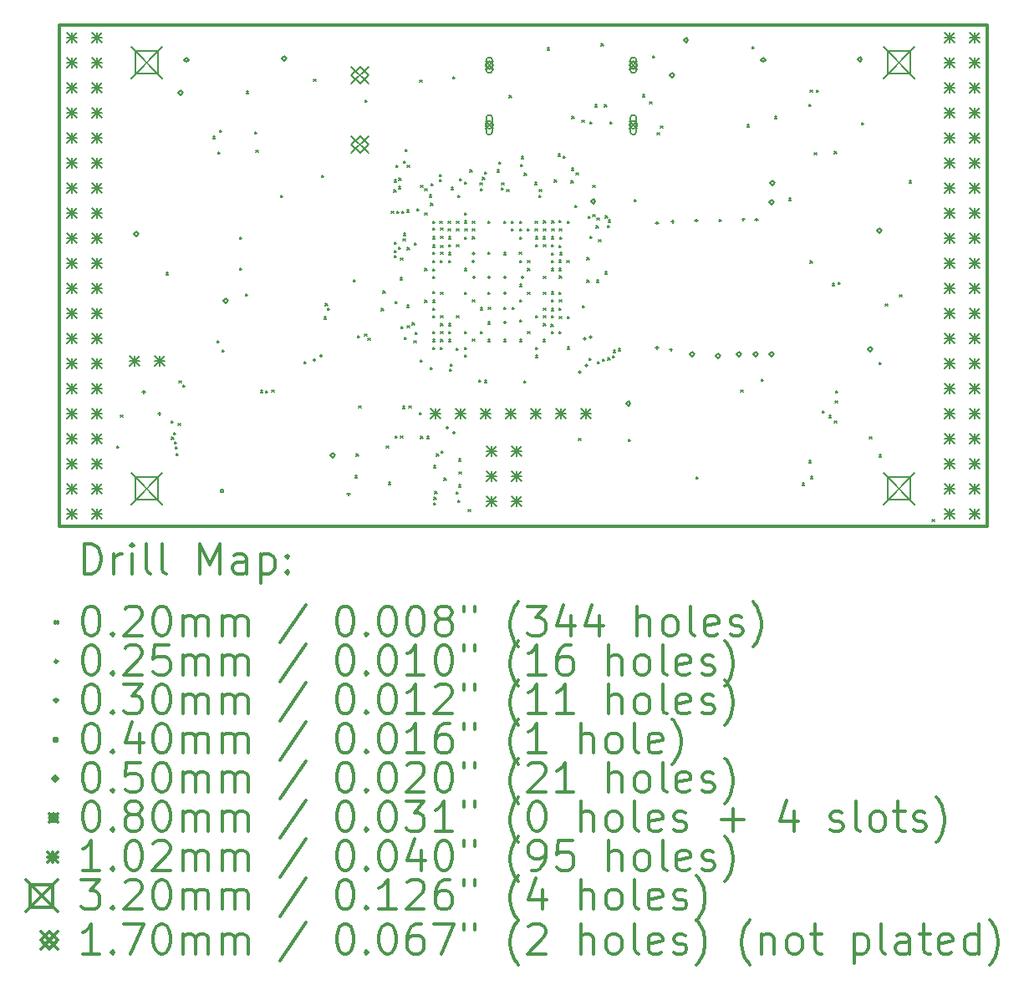
<source format=gbr>
%FSLAX45Y45*%
G04 Gerber Fmt 4.5, Leading zero omitted, Abs format (unit mm)*
G04 Created by KiCad (PCBNEW 4.0.7+dfsg1-1) date Sun Nov 12 10:56:13 2017*
%MOMM*%
%LPD*%
G01*
G04 APERTURE LIST*
%ADD10C,0.127000*%
%ADD11C,0.300000*%
%ADD12C,0.200000*%
G04 APERTURE END LIST*
D10*
D11*
X9410000Y-6142000D02*
X9410000Y-11222000D01*
X18808000Y-6142000D02*
X9410000Y-6142000D01*
X18808000Y-11222000D02*
X18808000Y-6142000D01*
X9410000Y-11222000D02*
X18808000Y-11222000D01*
D12*
X9998000Y-10410000D02*
X10018000Y-10430000D01*
X10018000Y-10410000D02*
X9998000Y-10430000D01*
X10035000Y-10094400D02*
X10055000Y-10114400D01*
X10055000Y-10094400D02*
X10035000Y-10114400D01*
X10493771Y-8653299D02*
X10513771Y-8673299D01*
X10513771Y-8653299D02*
X10493771Y-8673299D01*
X10547276Y-10156132D02*
X10567276Y-10176132D01*
X10567276Y-10156132D02*
X10547276Y-10176132D01*
X10552725Y-10321224D02*
X10572725Y-10341224D01*
X10572725Y-10321224D02*
X10552725Y-10341224D01*
X10571376Y-10271934D02*
X10591376Y-10291934D01*
X10591376Y-10271934D02*
X10571376Y-10291934D01*
X10579560Y-10366582D02*
X10599560Y-10386582D01*
X10599560Y-10366582D02*
X10579560Y-10386582D01*
X10589272Y-10418380D02*
X10609272Y-10438380D01*
X10609272Y-10418380D02*
X10589272Y-10438380D01*
X10598875Y-10487404D02*
X10618875Y-10507404D01*
X10618875Y-10487404D02*
X10598875Y-10507404D01*
X10618105Y-10179347D02*
X10638105Y-10199347D01*
X10638105Y-10179347D02*
X10618105Y-10199347D01*
X10626851Y-9751340D02*
X10646851Y-9771340D01*
X10646851Y-9751340D02*
X10626851Y-9771340D01*
X10664117Y-9793541D02*
X10684117Y-9813541D01*
X10684117Y-9793541D02*
X10664117Y-9813541D01*
X10972800Y-7273000D02*
X10992800Y-7293000D01*
X10992800Y-7273000D02*
X10972800Y-7293000D01*
X11014904Y-9343377D02*
X11034904Y-9363377D01*
X11034904Y-9343377D02*
X11014904Y-9363377D01*
X11021352Y-7428070D02*
X11041352Y-7448070D01*
X11041352Y-7428070D02*
X11021352Y-7448070D01*
X11038300Y-7211500D02*
X11058300Y-7231500D01*
X11058300Y-7211500D02*
X11038300Y-7231500D01*
X11061873Y-9435178D02*
X11081873Y-9455178D01*
X11081873Y-9435178D02*
X11061873Y-9455178D01*
X11241500Y-8291000D02*
X11261500Y-8311000D01*
X11261500Y-8291000D02*
X11241500Y-8311000D01*
X11241500Y-8608500D02*
X11261500Y-8628500D01*
X11261500Y-8608500D02*
X11241500Y-8628500D01*
X11298000Y-8870000D02*
X11318000Y-8890000D01*
X11318000Y-8870000D02*
X11298000Y-8890000D01*
X11311224Y-6814440D02*
X11331224Y-6834440D01*
X11331224Y-6814440D02*
X11311224Y-6834440D01*
X11393900Y-7224200D02*
X11413900Y-7244200D01*
X11413900Y-7224200D02*
X11393900Y-7244200D01*
X11406600Y-7414700D02*
X11426600Y-7434700D01*
X11426600Y-7414700D02*
X11406600Y-7434700D01*
X11450432Y-9847368D02*
X11470432Y-9867368D01*
X11470432Y-9847368D02*
X11450432Y-9867368D01*
X11504932Y-9852549D02*
X11524932Y-9872549D01*
X11524932Y-9852549D02*
X11504932Y-9872549D01*
X11565982Y-9840204D02*
X11585982Y-9860204D01*
X11585982Y-9840204D02*
X11565982Y-9860204D01*
X11655434Y-7867799D02*
X11675434Y-7887799D01*
X11675434Y-7867799D02*
X11655434Y-7887799D01*
X11890851Y-9556294D02*
X11910851Y-9576294D01*
X11910851Y-9556294D02*
X11890851Y-9576294D01*
X11990800Y-6690800D02*
X12010800Y-6710800D01*
X12010800Y-6690800D02*
X11990800Y-6710800D01*
X12073455Y-7667909D02*
X12093455Y-7687909D01*
X12093455Y-7667909D02*
X12073455Y-7687909D01*
X12094120Y-9102507D02*
X12114120Y-9122507D01*
X12114120Y-9102507D02*
X12094120Y-9122507D01*
X12110622Y-8966255D02*
X12130622Y-8986255D01*
X12130622Y-8966255D02*
X12110622Y-8986255D01*
X12130195Y-9015187D02*
X12150195Y-9035187D01*
X12150195Y-9015187D02*
X12130195Y-9035187D01*
X12392771Y-8724771D02*
X12412771Y-8744771D01*
X12412771Y-8724771D02*
X12392771Y-8744771D01*
X12392771Y-8724771D02*
X12412771Y-8744771D01*
X12412771Y-8724771D02*
X12392771Y-8744771D01*
X12410242Y-10710764D02*
X12430242Y-10730764D01*
X12430242Y-10710764D02*
X12410242Y-10730764D01*
X12422957Y-10489495D02*
X12442957Y-10509495D01*
X12442957Y-10489495D02*
X12422957Y-10509495D01*
X12435300Y-9294300D02*
X12455300Y-9314300D01*
X12455300Y-9294300D02*
X12435300Y-9314300D01*
X12448000Y-10005500D02*
X12468000Y-10025500D01*
X12468000Y-10005500D02*
X12448000Y-10025500D01*
X12506739Y-9274152D02*
X12526739Y-9294152D01*
X12526739Y-9274152D02*
X12506739Y-9294152D01*
X12509354Y-6905685D02*
X12529354Y-6925685D01*
X12529354Y-6905685D02*
X12509354Y-6925685D01*
X12539954Y-9315068D02*
X12559954Y-9335068D01*
X12559954Y-9315068D02*
X12539954Y-9335068D01*
X12678001Y-9017611D02*
X12698001Y-9037611D01*
X12698001Y-9017611D02*
X12678001Y-9037611D01*
X12694005Y-8838107D02*
X12714005Y-8858107D01*
X12714005Y-8838107D02*
X12694005Y-8858107D01*
X12728568Y-10410367D02*
X12748568Y-10430367D01*
X12748568Y-10410367D02*
X12728568Y-10430367D01*
X12748660Y-10777504D02*
X12768660Y-10797504D01*
X12768660Y-10777504D02*
X12748660Y-10797504D01*
X12778962Y-8030743D02*
X12798962Y-8050743D01*
X12798962Y-8030743D02*
X12778962Y-8050743D01*
X12802557Y-7813365D02*
X12822557Y-7833365D01*
X12822557Y-7813365D02*
X12802557Y-7833365D01*
X12805201Y-7714196D02*
X12825201Y-7734196D01*
X12825201Y-7714196D02*
X12805201Y-7734196D01*
X12806546Y-8342876D02*
X12826546Y-8362876D01*
X12826546Y-8342876D02*
X12806546Y-8362876D01*
X12808331Y-8428074D02*
X12828331Y-8448074D01*
X12828331Y-8428074D02*
X12808331Y-8448074D01*
X12810326Y-8480738D02*
X12830326Y-8500738D01*
X12830326Y-8480738D02*
X12810326Y-8500738D01*
X12815144Y-8946421D02*
X12835144Y-8966421D01*
X12835144Y-8946421D02*
X12815144Y-8966421D01*
X12818000Y-10310000D02*
X12838000Y-10330000D01*
X12838000Y-10310000D02*
X12818000Y-10330000D01*
X12824906Y-7565392D02*
X12844906Y-7585392D01*
X12844906Y-7565392D02*
X12824906Y-7585392D01*
X12831658Y-8029985D02*
X12851658Y-8049985D01*
X12851658Y-8029985D02*
X12831658Y-8049985D01*
X12849054Y-7779404D02*
X12869054Y-7799404D01*
X12869054Y-7779404D02*
X12849054Y-7799404D01*
X12851077Y-8397249D02*
X12871077Y-8417249D01*
X12871077Y-8397249D02*
X12851077Y-8417249D01*
X12854493Y-7695003D02*
X12874493Y-7715003D01*
X12874493Y-7695003D02*
X12854493Y-7715003D01*
X12867665Y-8703514D02*
X12887665Y-8723514D01*
X12887665Y-8703514D02*
X12867665Y-8723514D01*
X12870682Y-10308590D02*
X12890682Y-10328590D01*
X12890682Y-10308590D02*
X12870682Y-10328590D01*
X12872311Y-8505356D02*
X12892311Y-8525356D01*
X12892311Y-8505356D02*
X12872311Y-8525356D01*
X12877965Y-9201104D02*
X12897965Y-9221104D01*
X12897965Y-9201104D02*
X12877965Y-9221104D01*
X12884359Y-8029973D02*
X12904359Y-8049973D01*
X12904359Y-8029973D02*
X12884359Y-8049973D01*
X12890520Y-10007480D02*
X12910520Y-10027480D01*
X12910520Y-10007480D02*
X12890520Y-10027480D01*
X12895438Y-8307924D02*
X12915438Y-8327924D01*
X12915438Y-8307924D02*
X12895438Y-8327924D01*
X12900909Y-8255507D02*
X12920909Y-8275507D01*
X12920909Y-8255507D02*
X12900909Y-8275507D01*
X12902508Y-7521580D02*
X12922508Y-7541580D01*
X12922508Y-7521580D02*
X12902508Y-7541580D01*
X12909665Y-9310913D02*
X12929665Y-9330913D01*
X12929665Y-9310913D02*
X12909665Y-9330913D01*
X12915222Y-7404246D02*
X12935222Y-7424246D01*
X12935222Y-7404246D02*
X12915222Y-7424246D01*
X12934924Y-8982695D02*
X12954924Y-9002695D01*
X12954924Y-8982695D02*
X12934924Y-9002695D01*
X12935799Y-8018511D02*
X12955799Y-8038511D01*
X12955799Y-8018511D02*
X12935799Y-8038511D01*
X12937785Y-9190082D02*
X12957785Y-9210082D01*
X12957785Y-9190082D02*
X12937785Y-9210082D01*
X12938767Y-8397993D02*
X12958767Y-8417993D01*
X12958767Y-8397993D02*
X12938767Y-8417993D01*
X12939334Y-7563781D02*
X12959334Y-7583781D01*
X12959334Y-7563781D02*
X12939334Y-7583781D01*
X12956000Y-10005500D02*
X12976000Y-10025500D01*
X12976000Y-10005500D02*
X12956000Y-10025500D01*
X12988816Y-9162200D02*
X13008816Y-9182200D01*
X13008816Y-9162200D02*
X12988816Y-9182200D01*
X13007140Y-9344434D02*
X13027140Y-9364434D01*
X13027140Y-9344434D02*
X13007140Y-9364434D01*
X13010463Y-8349948D02*
X13030463Y-8369948D01*
X13030463Y-8349948D02*
X13010463Y-8369948D01*
X13020226Y-9260033D02*
X13040226Y-9280033D01*
X13040226Y-9260033D02*
X13020226Y-9280033D01*
X13038990Y-8006723D02*
X13058990Y-8026723D01*
X13058990Y-8006723D02*
X13038990Y-8026723D01*
X13059238Y-10069000D02*
X13079238Y-10089000D01*
X13079238Y-10069000D02*
X13059238Y-10089000D01*
X13066199Y-6701962D02*
X13086199Y-6721962D01*
X13086199Y-6701962D02*
X13066199Y-6721962D01*
X13070707Y-9535414D02*
X13090707Y-9555414D01*
X13090707Y-9535414D02*
X13070707Y-9555414D01*
X13073949Y-10310829D02*
X13093949Y-10330829D01*
X13093949Y-10310829D02*
X13073949Y-10330829D01*
X13075683Y-7768682D02*
X13095683Y-7788682D01*
X13095683Y-7768682D02*
X13075683Y-7788682D01*
X13115313Y-7803422D02*
X13135313Y-7823422D01*
X13135313Y-7803422D02*
X13115313Y-7823422D01*
X13117530Y-8049575D02*
X13137530Y-8069575D01*
X13137530Y-8049575D02*
X13117530Y-8069575D01*
X13117831Y-8611310D02*
X13137831Y-8631310D01*
X13137831Y-8611310D02*
X13117831Y-8631310D01*
X13117950Y-8930733D02*
X13137950Y-8950733D01*
X13137950Y-8930733D02*
X13117950Y-8950733D01*
X13135385Y-10310829D02*
X13155385Y-10330829D01*
X13155385Y-10310829D02*
X13135385Y-10330829D01*
X13160933Y-7864587D02*
X13180933Y-7884587D01*
X13180933Y-7864587D02*
X13160933Y-7884587D01*
X13170890Y-9612737D02*
X13190890Y-9632737D01*
X13190890Y-9612737D02*
X13170890Y-9632737D01*
X13174731Y-7948989D02*
X13194731Y-7968989D01*
X13194731Y-7948989D02*
X13174731Y-7968989D01*
X13182329Y-7748485D02*
X13202329Y-7768485D01*
X13202329Y-7748485D02*
X13182329Y-7768485D01*
X13196210Y-8443398D02*
X13216210Y-8463398D01*
X13216210Y-8443398D02*
X13196210Y-8463398D01*
X13197298Y-8527799D02*
X13217298Y-8547799D01*
X13217298Y-8527799D02*
X13197298Y-8547799D01*
X13197562Y-8931064D02*
X13217562Y-8951064D01*
X13217562Y-8931064D02*
X13197562Y-8951064D01*
X13197765Y-9087799D02*
X13217765Y-9107799D01*
X13217765Y-9087799D02*
X13197765Y-9107799D01*
X13197902Y-8288404D02*
X13217902Y-8308404D01*
X13217902Y-8288404D02*
X13197902Y-8308404D01*
X13198000Y-8130000D02*
X13218000Y-8150000D01*
X13218000Y-8130000D02*
X13198000Y-8150000D01*
X13198000Y-8690000D02*
X13218000Y-8710000D01*
X13218000Y-8690000D02*
X13198000Y-8710000D01*
X13198000Y-9250000D02*
X13218000Y-9270000D01*
X13218000Y-9250000D02*
X13198000Y-9270000D01*
X13198000Y-9330000D02*
X13218000Y-9350000D01*
X13218000Y-9330000D02*
X13198000Y-9350000D01*
X13198000Y-9410000D02*
X13218000Y-9430000D01*
X13218000Y-9410000D02*
X13198000Y-9430000D01*
X13198001Y-8200333D02*
X13218001Y-8220333D01*
X13218001Y-8200333D02*
X13198001Y-8220333D01*
X13198296Y-9011078D02*
X13218296Y-9031078D01*
X13218296Y-9011078D02*
X13198296Y-9031078D01*
X13198303Y-8616041D02*
X13218303Y-8636041D01*
X13218303Y-8616041D02*
X13198303Y-8636041D01*
X13198368Y-8372806D02*
X13218368Y-8392806D01*
X13218368Y-8372806D02*
X13198368Y-8392806D01*
X13198405Y-8845827D02*
X13218405Y-8865827D01*
X13218405Y-8845827D02*
X13198405Y-8865827D01*
X13204611Y-10984026D02*
X13224611Y-11004026D01*
X13224611Y-10984026D02*
X13204611Y-11004026D01*
X13206286Y-10608587D02*
X13226286Y-10628587D01*
X13226286Y-10608587D02*
X13206286Y-10628587D01*
X13208900Y-10931500D02*
X13228900Y-10951500D01*
X13228900Y-10931500D02*
X13208900Y-10951500D01*
X13218000Y-10870000D02*
X13238000Y-10890000D01*
X13238000Y-10870000D02*
X13218000Y-10890000D01*
X13234844Y-10489450D02*
X13254844Y-10509450D01*
X13254844Y-10489450D02*
X13234844Y-10509450D01*
X13263724Y-7657621D02*
X13283724Y-7677621D01*
X13283724Y-7657621D02*
X13263724Y-7677621D01*
X13266117Y-7710267D02*
X13286117Y-7730267D01*
X13286117Y-7710267D02*
X13266117Y-7730267D01*
X13268334Y-8130000D02*
X13288334Y-8150000D01*
X13288334Y-8130000D02*
X13268334Y-8150000D01*
X13273464Y-8527799D02*
X13293464Y-8547799D01*
X13293464Y-8527799D02*
X13273464Y-8547799D01*
X13274623Y-9409707D02*
X13294623Y-9429707D01*
X13294623Y-9409707D02*
X13274623Y-9429707D01*
X13276300Y-8202454D02*
X13296300Y-8222454D01*
X13296300Y-8202454D02*
X13276300Y-8222454D01*
X13277177Y-8443398D02*
X13297177Y-8463398D01*
X13297177Y-8443398D02*
X13277177Y-8463398D01*
X13277261Y-8286855D02*
X13297261Y-8306855D01*
X13297261Y-8286855D02*
X13277261Y-8306855D01*
X13278000Y-8850000D02*
X13298000Y-8870000D01*
X13298000Y-8850000D02*
X13278000Y-8870000D01*
X13278000Y-9090000D02*
X13298000Y-9110000D01*
X13298000Y-9090000D02*
X13278000Y-9110000D01*
X13278000Y-9170000D02*
X13298000Y-9190000D01*
X13298000Y-9170000D02*
X13278000Y-9190000D01*
X13278000Y-9250000D02*
X13298000Y-9270000D01*
X13298000Y-9250000D02*
X13278000Y-9270000D01*
X13278000Y-9330000D02*
X13298000Y-9350000D01*
X13298000Y-9330000D02*
X13278000Y-9350000D01*
X13278089Y-8379783D02*
X13298089Y-8399784D01*
X13298089Y-8379783D02*
X13278089Y-8399784D01*
X13283696Y-10459892D02*
X13303696Y-10479892D01*
X13303696Y-10459892D02*
X13283696Y-10479892D01*
X13311600Y-10736500D02*
X13331600Y-10756500D01*
X13331600Y-10736500D02*
X13311600Y-10756500D01*
X13352736Y-8131468D02*
X13372736Y-8151468D01*
X13372736Y-8131468D02*
X13352736Y-8151468D01*
X13354839Y-8209060D02*
X13374839Y-8229060D01*
X13374839Y-8209060D02*
X13354839Y-8229060D01*
X13357194Y-8449520D02*
X13377194Y-8469520D01*
X13377194Y-8449520D02*
X13357194Y-8469520D01*
X13358000Y-8290000D02*
X13378000Y-8310000D01*
X13378000Y-8290000D02*
X13358000Y-8310000D01*
X13358000Y-8370000D02*
X13378000Y-8390000D01*
X13378000Y-8370000D02*
X13358000Y-8390000D01*
X13358000Y-8530000D02*
X13378000Y-8550000D01*
X13378000Y-8530000D02*
X13358000Y-8550000D01*
X13358000Y-9170000D02*
X13378000Y-9190000D01*
X13378000Y-9170000D02*
X13358000Y-9190000D01*
X13358000Y-9250000D02*
X13378000Y-9270000D01*
X13378000Y-9250000D02*
X13358000Y-9270000D01*
X13358548Y-9330230D02*
X13378548Y-9350230D01*
X13378548Y-9330230D02*
X13358548Y-9350230D01*
X13366285Y-9629515D02*
X13386285Y-9649515D01*
X13386285Y-9629515D02*
X13366285Y-9649515D01*
X13375239Y-9577580D02*
X13395239Y-9597580D01*
X13395239Y-9577580D02*
X13375239Y-9597580D01*
X13384238Y-7788077D02*
X13404238Y-7808077D01*
X13404238Y-7788077D02*
X13384238Y-7808077D01*
X13397916Y-6668615D02*
X13417916Y-6688615D01*
X13417916Y-6668615D02*
X13397916Y-6688615D01*
X13435582Y-9416717D02*
X13455582Y-9436717D01*
X13455582Y-9416717D02*
X13435582Y-9436717D01*
X13436400Y-10874197D02*
X13456400Y-10894197D01*
X13456400Y-10874197D02*
X13436400Y-10894197D01*
X13437137Y-8130675D02*
X13457137Y-8150675D01*
X13457137Y-8130675D02*
X13437137Y-8150675D01*
X13437651Y-8208015D02*
X13457651Y-8228015D01*
X13457651Y-8208015D02*
X13437651Y-8228015D01*
X13438000Y-8370000D02*
X13458000Y-8390000D01*
X13458000Y-8370000D02*
X13438000Y-8390000D01*
X13438000Y-9090000D02*
X13458000Y-9110000D01*
X13458000Y-9090000D02*
X13438000Y-9110000D01*
X13451300Y-7871900D02*
X13471300Y-7891900D01*
X13471300Y-7871900D02*
X13451300Y-7891900D01*
X13453687Y-10961995D02*
X13473687Y-10981995D01*
X13473687Y-10961995D02*
X13453687Y-10981995D01*
X13457587Y-10803159D02*
X13477587Y-10823159D01*
X13477587Y-10803159D02*
X13457587Y-10823159D01*
X13460735Y-10540845D02*
X13480735Y-10560845D01*
X13480735Y-10540845D02*
X13460735Y-10560845D01*
X13465065Y-10671051D02*
X13485065Y-10691051D01*
X13485065Y-10671051D02*
X13465065Y-10691051D01*
X13465805Y-7703014D02*
X13485805Y-7723014D01*
X13485805Y-7703014D02*
X13465805Y-7723014D01*
X13517331Y-8851860D02*
X13537331Y-8871860D01*
X13537331Y-8851860D02*
X13517331Y-8871860D01*
X13518000Y-8292201D02*
X13538000Y-8312201D01*
X13538000Y-8292201D02*
X13518000Y-8312201D01*
X13518000Y-8610000D02*
X13538000Y-8630000D01*
X13538000Y-8610000D02*
X13518000Y-8630000D01*
X13518000Y-9250000D02*
X13538000Y-9270000D01*
X13538000Y-9250000D02*
X13518000Y-9270000D01*
X13518006Y-7736330D02*
X13538006Y-7756330D01*
X13538006Y-7736330D02*
X13518006Y-7756330D01*
X13518128Y-8048312D02*
X13538128Y-8068312D01*
X13538128Y-8048312D02*
X13518128Y-8068312D01*
X13518463Y-9488530D02*
X13538463Y-9508530D01*
X13538463Y-9488530D02*
X13518463Y-9508530D01*
X13518862Y-9412562D02*
X13538862Y-9432562D01*
X13538862Y-9412562D02*
X13518862Y-9432562D01*
X13521538Y-8129192D02*
X13541538Y-8149192D01*
X13541538Y-8129192D02*
X13521538Y-8149192D01*
X13522052Y-8209644D02*
X13542052Y-8229644D01*
X13542052Y-8209644D02*
X13522052Y-8229644D01*
X13555656Y-11051071D02*
X13575656Y-11071071D01*
X13575656Y-11051071D02*
X13555656Y-11071071D01*
X13573070Y-7610061D02*
X13593070Y-7630061D01*
X13593070Y-7610061D02*
X13573070Y-7630061D01*
X13598000Y-8210000D02*
X13618000Y-8230000D01*
X13618000Y-8210000D02*
X13598000Y-8230000D01*
X13598000Y-8290000D02*
X13618000Y-8310000D01*
X13618000Y-8290000D02*
X13598000Y-8310000D01*
X13598517Y-8929483D02*
X13618517Y-8949483D01*
X13618517Y-8929483D02*
X13598517Y-8949483D01*
X13599596Y-9326965D02*
X13619596Y-9346965D01*
X13619596Y-9326965D02*
X13599596Y-9346965D01*
X13599639Y-8129507D02*
X13619639Y-8149507D01*
X13619639Y-8129507D02*
X13599639Y-8149507D01*
X13664090Y-9741450D02*
X13684090Y-9761450D01*
X13684090Y-9741450D02*
X13664090Y-9761450D01*
X13675954Y-7745082D02*
X13695954Y-7765082D01*
X13695954Y-7745082D02*
X13675954Y-7765082D01*
X13678000Y-9250000D02*
X13698000Y-9270000D01*
X13698000Y-9250000D02*
X13678000Y-9270000D01*
X13678517Y-9009483D02*
X13698517Y-9029483D01*
X13698517Y-9009483D02*
X13678517Y-9029483D01*
X13682206Y-7799789D02*
X13702206Y-7819789D01*
X13702206Y-7799789D02*
X13682206Y-7819789D01*
X13700695Y-7687992D02*
X13720695Y-7707992D01*
X13720695Y-7687992D02*
X13700695Y-7707992D01*
X13719559Y-9743802D02*
X13739559Y-9763802D01*
X13739559Y-9743802D02*
X13719559Y-9763802D01*
X13720873Y-7631502D02*
X13740873Y-7651502D01*
X13740873Y-7631502D02*
X13720873Y-7651502D01*
X13755905Y-9153803D02*
X13775905Y-9173803D01*
X13775905Y-9153803D02*
X13755905Y-9173803D01*
X13758000Y-8130000D02*
X13778000Y-8150000D01*
X13778000Y-8130000D02*
X13758000Y-8150000D01*
X13758000Y-8850000D02*
X13778000Y-8870000D01*
X13778000Y-8850000D02*
X13758000Y-8870000D01*
X13758000Y-9330000D02*
X13778000Y-9350000D01*
X13778000Y-9330000D02*
X13758000Y-9350000D01*
X13758056Y-8443409D02*
X13778056Y-8463409D01*
X13778056Y-8443409D02*
X13758056Y-8463409D01*
X13758900Y-9002299D02*
X13778900Y-9022299D01*
X13778900Y-9002299D02*
X13758900Y-9022299D01*
X13848000Y-7610000D02*
X13868000Y-7630000D01*
X13868000Y-7610000D02*
X13848000Y-7630000D01*
X13867920Y-7530076D02*
X13887920Y-7550076D01*
X13887920Y-7530076D02*
X13867920Y-7550076D01*
X13893411Y-7794095D02*
X13913411Y-7814095D01*
X13913411Y-7794095D02*
X13893411Y-7814095D01*
X13894675Y-7741409D02*
X13914675Y-7761409D01*
X13914675Y-7741409D02*
X13894675Y-7761409D01*
X13917252Y-8451135D02*
X13937252Y-8471135D01*
X13937252Y-8451135D02*
X13917252Y-8471135D01*
X13918000Y-8130000D02*
X13938000Y-8150000D01*
X13938000Y-8130000D02*
X13918000Y-8150000D01*
X13918000Y-9002299D02*
X13938000Y-9022299D01*
X13938000Y-9002299D02*
X13918000Y-9022299D01*
X13918000Y-9330000D02*
X13938000Y-9350000D01*
X13938000Y-9330000D02*
X13918000Y-9350000D01*
X13947862Y-7810586D02*
X13967862Y-7830586D01*
X13967862Y-7810586D02*
X13947862Y-7830586D01*
X13972000Y-6856567D02*
X13992000Y-6876567D01*
X13992000Y-6856567D02*
X13972000Y-6876567D01*
X13993095Y-8210000D02*
X14013095Y-8230000D01*
X14013095Y-8210000D02*
X13993095Y-8230000D01*
X13993599Y-8130000D02*
X14013599Y-8150000D01*
X14013599Y-8130000D02*
X13993599Y-8150000D01*
X13999489Y-9002299D02*
X14019489Y-9022299D01*
X14019489Y-9002299D02*
X13999489Y-9022299D01*
X14073600Y-8443400D02*
X14093600Y-8463400D01*
X14093600Y-8443400D02*
X14073600Y-8463400D01*
X14076403Y-8294140D02*
X14096403Y-8314140D01*
X14096403Y-8294140D02*
X14076403Y-8314140D01*
X14077419Y-9133335D02*
X14097419Y-9153335D01*
X14097419Y-9133335D02*
X14077419Y-9153335D01*
X14077497Y-8207716D02*
X14097497Y-8227716D01*
X14097497Y-8207716D02*
X14077497Y-8227716D01*
X14078000Y-8130000D02*
X14098000Y-8150000D01*
X14098000Y-8130000D02*
X14078000Y-8150000D01*
X14078000Y-8530000D02*
X14098000Y-8550000D01*
X14098000Y-8530000D02*
X14078000Y-8550000D01*
X14078000Y-8770000D02*
X14098000Y-8790000D01*
X14098000Y-8770000D02*
X14078000Y-8790000D01*
X14078000Y-8930000D02*
X14098000Y-8950000D01*
X14098000Y-8930000D02*
X14078000Y-8950000D01*
X14078000Y-9330000D02*
X14098000Y-9350000D01*
X14098000Y-9330000D02*
X14078000Y-9350000D01*
X14088006Y-7558194D02*
X14108006Y-7578194D01*
X14108006Y-7558194D02*
X14088006Y-7578194D01*
X14094664Y-7477380D02*
X14114664Y-7497380D01*
X14114664Y-7477380D02*
X14094664Y-7497380D01*
X14118000Y-9750000D02*
X14138000Y-9770000D01*
X14138000Y-9750000D02*
X14118000Y-9770000D01*
X14124297Y-7645500D02*
X14144297Y-7665500D01*
X14144297Y-7645500D02*
X14124297Y-7665500D01*
X14156269Y-8210778D02*
X14176269Y-8230778D01*
X14176269Y-8210778D02*
X14156269Y-8230778D01*
X14158000Y-8530000D02*
X14178000Y-8550000D01*
X14178000Y-8530000D02*
X14158000Y-8550000D01*
X14158000Y-8610000D02*
X14178000Y-8630000D01*
X14178000Y-8610000D02*
X14158000Y-8630000D01*
X14158000Y-8850000D02*
X14178000Y-8870000D01*
X14178000Y-8850000D02*
X14158000Y-8870000D01*
X14158000Y-9250000D02*
X14178000Y-9270000D01*
X14178000Y-9250000D02*
X14158000Y-9270000D01*
X14227745Y-7739745D02*
X14247745Y-7759745D01*
X14247745Y-7739745D02*
X14227745Y-7759745D01*
X14233746Y-8208147D02*
X14253746Y-8228147D01*
X14253746Y-8208147D02*
X14233746Y-8228147D01*
X14235691Y-8130580D02*
X14255691Y-8150580D01*
X14255691Y-8130580D02*
X14235691Y-8150580D01*
X14237355Y-8289891D02*
X14257355Y-8309891D01*
X14257355Y-8289891D02*
X14237355Y-8309891D01*
X14238000Y-8370000D02*
X14258000Y-8390000D01*
X14258000Y-8370000D02*
X14238000Y-8390000D01*
X14238000Y-9090000D02*
X14258000Y-9110000D01*
X14258000Y-9090000D02*
X14238000Y-9110000D01*
X14238000Y-9410000D02*
X14258000Y-9430000D01*
X14258000Y-9410000D02*
X14238000Y-9430000D01*
X14238000Y-9490000D02*
X14258000Y-9510000D01*
X14258000Y-9490000D02*
X14238000Y-9510000D01*
X14274121Y-7868425D02*
X14294121Y-7888425D01*
X14294121Y-7868425D02*
X14274121Y-7888425D01*
X14276427Y-7811737D02*
X14296427Y-7831737D01*
X14296427Y-7811737D02*
X14276427Y-7831737D01*
X14315799Y-8290000D02*
X14335799Y-8310000D01*
X14335799Y-8290000D02*
X14315799Y-8310000D01*
X14316969Y-9331491D02*
X14336969Y-9351491D01*
X14336969Y-9331491D02*
X14316969Y-9351491D01*
X14317803Y-8849503D02*
X14337803Y-8869503D01*
X14337803Y-8849503D02*
X14317803Y-8869503D01*
X14318000Y-8370000D02*
X14338000Y-8390000D01*
X14338000Y-8370000D02*
X14318000Y-8390000D01*
X14318000Y-8690000D02*
X14338000Y-8710000D01*
X14338000Y-8690000D02*
X14318000Y-8710000D01*
X14318000Y-9090000D02*
X14338000Y-9110000D01*
X14338000Y-9090000D02*
X14318000Y-9110000D01*
X14318000Y-9170000D02*
X14338000Y-9190000D01*
X14338000Y-9170000D02*
X14318000Y-9190000D01*
X14318147Y-8210607D02*
X14338147Y-8230607D01*
X14338147Y-8210607D02*
X14318147Y-8230607D01*
X14318182Y-9010195D02*
X14338182Y-9030195D01*
X14338182Y-9010195D02*
X14318182Y-9030195D01*
X14320092Y-8127729D02*
X14340092Y-8147729D01*
X14340092Y-8127729D02*
X14320092Y-8147729D01*
X14355067Y-6376252D02*
X14375067Y-6396252D01*
X14375067Y-6376252D02*
X14355067Y-6396252D01*
X14396483Y-9177765D02*
X14416483Y-9197765D01*
X14416483Y-9177765D02*
X14396483Y-9197765D01*
X14397624Y-8929530D02*
X14417624Y-8949530D01*
X14417624Y-8929530D02*
X14397624Y-8949530D01*
X14397701Y-9016697D02*
X14417701Y-9036697D01*
X14417701Y-9016697D02*
X14397701Y-9036697D01*
X14398000Y-8610000D02*
X14418000Y-8630000D01*
X14418000Y-8610000D02*
X14398000Y-8630000D01*
X14398000Y-9090000D02*
X14418000Y-9110000D01*
X14418000Y-9090000D02*
X14398000Y-9110000D01*
X14398283Y-8848451D02*
X14418283Y-8868451D01*
X14418283Y-8848451D02*
X14398283Y-8868451D01*
X14400201Y-8290000D02*
X14420201Y-8310000D01*
X14420201Y-8290000D02*
X14400201Y-8310000D01*
X14400201Y-8529722D02*
X14420201Y-8549722D01*
X14420201Y-8529722D02*
X14400201Y-8549722D01*
X14400319Y-8367799D02*
X14420319Y-8387799D01*
X14420319Y-8367799D02*
X14400319Y-8387799D01*
X14400319Y-8452201D02*
X14420319Y-8472201D01*
X14420319Y-8452201D02*
X14400319Y-8472201D01*
X14401325Y-9248876D02*
X14421325Y-9268876D01*
X14421325Y-9248876D02*
X14401325Y-9268876D01*
X14402549Y-8208647D02*
X14422549Y-8228647D01*
X14422549Y-8208647D02*
X14402549Y-8228647D01*
X14404493Y-8128708D02*
X14424493Y-8148708D01*
X14424493Y-8128708D02*
X14404493Y-8148708D01*
X14429487Y-7711993D02*
X14449487Y-7731993D01*
X14449487Y-7711993D02*
X14429487Y-7731993D01*
X14468000Y-7449038D02*
X14488000Y-7469038D01*
X14488000Y-7449038D02*
X14468000Y-7469038D01*
X14476724Y-9012976D02*
X14496724Y-9032976D01*
X14496724Y-9012976D02*
X14476724Y-9032976D01*
X14476810Y-8527135D02*
X14496810Y-8547135D01*
X14496810Y-8527135D02*
X14476810Y-8547135D01*
X14477394Y-8376040D02*
X14497394Y-8396040D01*
X14497394Y-8376040D02*
X14477394Y-8396040D01*
X14477515Y-8611890D02*
X14497515Y-8631890D01*
X14497515Y-8611890D02*
X14477515Y-8631890D01*
X14477654Y-8122836D02*
X14497654Y-8142836D01*
X14497654Y-8122836D02*
X14477654Y-8142836D01*
X14477765Y-8852201D02*
X14497765Y-8872201D01*
X14497765Y-8852201D02*
X14477765Y-8872201D01*
X14478235Y-9247799D02*
X14498235Y-9267799D01*
X14498235Y-9247799D02*
X14478235Y-9267799D01*
X14478812Y-8207237D02*
X14498812Y-8227237D01*
X14498812Y-8207237D02*
X14478812Y-8227237D01*
X14479163Y-9097377D02*
X14499163Y-9117377D01*
X14499163Y-9097377D02*
X14479163Y-9117377D01*
X14479260Y-8928574D02*
X14499260Y-8948574D01*
X14499260Y-8928574D02*
X14479260Y-8948574D01*
X14479432Y-8687756D02*
X14499432Y-8707756D01*
X14499432Y-8687756D02*
X14479432Y-8707756D01*
X14481566Y-8449874D02*
X14501566Y-8469874D01*
X14501566Y-8449874D02*
X14481566Y-8469874D01*
X14481689Y-8291638D02*
X14501689Y-8311638D01*
X14501689Y-8291638D02*
X14481689Y-8311638D01*
X14515569Y-7471722D02*
X14535569Y-7491722D01*
X14535569Y-7471722D02*
X14515569Y-7491722D01*
X14557281Y-8529606D02*
X14577281Y-8549606D01*
X14577281Y-8529606D02*
X14557281Y-8549606D01*
X14558000Y-8130000D02*
X14578000Y-8150000D01*
X14578000Y-8130000D02*
X14558000Y-8150000D01*
X14558000Y-9407799D02*
X14578000Y-9427799D01*
X14578000Y-9407799D02*
X14558000Y-9427799D01*
X14559846Y-9097377D02*
X14579846Y-9117377D01*
X14579846Y-9097377D02*
X14559846Y-9117377D01*
X14598908Y-7720057D02*
X14618908Y-7740057D01*
X14618908Y-7720057D02*
X14598908Y-7740057D01*
X14603080Y-7596013D02*
X14623080Y-7616013D01*
X14623080Y-7596013D02*
X14603080Y-7616013D01*
X14608000Y-7070000D02*
X14628000Y-7090000D01*
X14628000Y-7070000D02*
X14608000Y-7090000D01*
X14638141Y-7971938D02*
X14658141Y-7991938D01*
X14658141Y-7971938D02*
X14638141Y-7991938D01*
X14647773Y-7640082D02*
X14667773Y-7660082D01*
X14667773Y-7640082D02*
X14647773Y-7660082D01*
X14674429Y-10335274D02*
X14694429Y-10355274D01*
X14694429Y-10335274D02*
X14674429Y-10355274D01*
X14708600Y-7110000D02*
X14728600Y-7130000D01*
X14728600Y-7110000D02*
X14708600Y-7130000D01*
X14710765Y-8987304D02*
X14730765Y-9007304D01*
X14730765Y-8987304D02*
X14710765Y-9007304D01*
X14758752Y-8499333D02*
X14778752Y-8519333D01*
X14778752Y-8499333D02*
X14758752Y-8519333D01*
X14759554Y-8727799D02*
X14779554Y-8747799D01*
X14779554Y-8727799D02*
X14759554Y-8747799D01*
X14770223Y-8081781D02*
X14790223Y-8101781D01*
X14790223Y-8081781D02*
X14770223Y-8101781D01*
X14782793Y-9522924D02*
X14802793Y-9542924D01*
X14802793Y-9522924D02*
X14782793Y-9542924D01*
X14788315Y-7124708D02*
X14808315Y-7144708D01*
X14808315Y-7124708D02*
X14788315Y-7144708D01*
X14790137Y-8285878D02*
X14810137Y-8305878D01*
X14810137Y-8285878D02*
X14790137Y-8305878D01*
X14817193Y-7767799D02*
X14837193Y-7787799D01*
X14837193Y-7767799D02*
X14817193Y-7787799D01*
X14819827Y-8063981D02*
X14839827Y-8083981D01*
X14839827Y-8063981D02*
X14819827Y-8083981D01*
X14837783Y-6951968D02*
X14857783Y-6971968D01*
X14857783Y-6951968D02*
X14837783Y-6971968D01*
X14851067Y-8180003D02*
X14871067Y-8200003D01*
X14871067Y-8180003D02*
X14851067Y-8200003D01*
X14858860Y-8727808D02*
X14878860Y-8747808D01*
X14878860Y-8727808D02*
X14858860Y-8747808D01*
X14861989Y-8095601D02*
X14881989Y-8115601D01*
X14881989Y-8095601D02*
X14861989Y-8115601D01*
X14864798Y-9556963D02*
X14884798Y-9576963D01*
X14884798Y-9556963D02*
X14864798Y-9576963D01*
X14877872Y-8316103D02*
X14897872Y-8336103D01*
X14897872Y-8316103D02*
X14877872Y-8336103D01*
X14903412Y-6332405D02*
X14923412Y-6352405D01*
X14923412Y-6332405D02*
X14903412Y-6352405D01*
X14918439Y-9527799D02*
X14938439Y-9547799D01*
X14938439Y-9527799D02*
X14918439Y-9547799D01*
X14937595Y-6951968D02*
X14957595Y-6971968D01*
X14957595Y-6951968D02*
X14937595Y-6971968D01*
X14942082Y-8643412D02*
X14962082Y-8663412D01*
X14962082Y-8643412D02*
X14942082Y-8663412D01*
X14944975Y-8076843D02*
X14964975Y-8096843D01*
X14964975Y-8076843D02*
X14944975Y-8096843D01*
X14967169Y-8172566D02*
X14987169Y-8192566D01*
X14987169Y-8172566D02*
X14967169Y-8192566D01*
X14969589Y-9515108D02*
X14989589Y-9535108D01*
X14989589Y-9515108D02*
X14969589Y-9535108D01*
X14974647Y-8120398D02*
X14994647Y-8140398D01*
X14994647Y-8120398D02*
X14974647Y-8140398D01*
X14993085Y-7123185D02*
X15013085Y-7143185D01*
X15013085Y-7123185D02*
X14993085Y-7143185D01*
X15017890Y-9494025D02*
X15037890Y-9514025D01*
X15037890Y-9494025D02*
X15017890Y-9514025D01*
X15024597Y-9441753D02*
X15044597Y-9461753D01*
X15044597Y-9441753D02*
X15024597Y-9461753D01*
X15078921Y-9423257D02*
X15098921Y-9443257D01*
X15098921Y-9423257D02*
X15078921Y-9443257D01*
X15179638Y-10341072D02*
X15199638Y-10361072D01*
X15199638Y-10341072D02*
X15179638Y-10361072D01*
X15239707Y-7909347D02*
X15259707Y-7929347D01*
X15259707Y-7909347D02*
X15239707Y-7929347D01*
X15319711Y-6850829D02*
X15339711Y-6870829D01*
X15339711Y-6850829D02*
X15319711Y-6870829D01*
X15395230Y-6920230D02*
X15415230Y-6940230D01*
X15415230Y-6920230D02*
X15395230Y-6940230D01*
X15422933Y-6454377D02*
X15442933Y-6474377D01*
X15442933Y-6454377D02*
X15422933Y-6474377D01*
X15469400Y-7232600D02*
X15489400Y-7252600D01*
X15489400Y-7232600D02*
X15469400Y-7252600D01*
X15504936Y-7166453D02*
X15524936Y-7186453D01*
X15524936Y-7166453D02*
X15504936Y-7186453D01*
X15861665Y-10722518D02*
X15881665Y-10742518D01*
X15881665Y-10722518D02*
X15861665Y-10742518D01*
X16317742Y-9840172D02*
X16337742Y-9860172D01*
X16337742Y-9840172D02*
X16317742Y-9860172D01*
X16380885Y-7155186D02*
X16400885Y-7175186D01*
X16400885Y-7155186D02*
X16380885Y-7175186D01*
X16433388Y-6363745D02*
X16453388Y-6383745D01*
X16453388Y-6363745D02*
X16433388Y-6383745D01*
X16524921Y-9732292D02*
X16544921Y-9752292D01*
X16544921Y-9732292D02*
X16524921Y-9752292D01*
X16657891Y-7070355D02*
X16677891Y-7090355D01*
X16677891Y-7070355D02*
X16657891Y-7090355D01*
X16806644Y-7900804D02*
X16826644Y-7920804D01*
X16826644Y-7900804D02*
X16806644Y-7920804D01*
X16940659Y-10785373D02*
X16960659Y-10805373D01*
X16960659Y-10785373D02*
X16940659Y-10805373D01*
X17005773Y-10556635D02*
X17025773Y-10576635D01*
X17025773Y-10556635D02*
X17005773Y-10576635D01*
X17008296Y-6947101D02*
X17028296Y-6967101D01*
X17028296Y-6947101D02*
X17008296Y-6967101D01*
X17020000Y-6805100D02*
X17040000Y-6825100D01*
X17040000Y-6805100D02*
X17020000Y-6825100D01*
X17020954Y-8534153D02*
X17040954Y-8554153D01*
X17040954Y-8534153D02*
X17020954Y-8554153D01*
X17026290Y-10718620D02*
X17046290Y-10738620D01*
X17046290Y-10718620D02*
X17026290Y-10738620D01*
X17063590Y-7436498D02*
X17083590Y-7456498D01*
X17083590Y-7436498D02*
X17063590Y-7456498D01*
X17085000Y-6802556D02*
X17105000Y-6822556D01*
X17105000Y-6802556D02*
X17085000Y-6822556D01*
X17144030Y-10054574D02*
X17164030Y-10074574D01*
X17164030Y-10054574D02*
X17144030Y-10074574D01*
X17209336Y-10100566D02*
X17229336Y-10120566D01*
X17229336Y-10100566D02*
X17209336Y-10120566D01*
X17246454Y-8762201D02*
X17266454Y-8782201D01*
X17266454Y-8762201D02*
X17246454Y-8782201D01*
X17264664Y-7424799D02*
X17284664Y-7444799D01*
X17284664Y-7424799D02*
X17264664Y-7444799D01*
X17266127Y-10155168D02*
X17286127Y-10175168D01*
X17286127Y-10155168D02*
X17266127Y-10175168D01*
X17273463Y-9949992D02*
X17293463Y-9969992D01*
X17293463Y-9949992D02*
X17273463Y-9969992D01*
X17277992Y-9851865D02*
X17297992Y-9871865D01*
X17297992Y-9851865D02*
X17277992Y-9871865D01*
X17303795Y-8749428D02*
X17323795Y-8769428D01*
X17323795Y-8749428D02*
X17303795Y-8769428D01*
X17539563Y-7135743D02*
X17559563Y-7155743D01*
X17559563Y-7135743D02*
X17539563Y-7155743D01*
X17620559Y-10317981D02*
X17640559Y-10337981D01*
X17640559Y-10317981D02*
X17620559Y-10337981D01*
X17717400Y-10497912D02*
X17737400Y-10517912D01*
X17737400Y-10497912D02*
X17717400Y-10517912D01*
X17718500Y-9561000D02*
X17738500Y-9581000D01*
X17738500Y-9561000D02*
X17718500Y-9581000D01*
X17782698Y-8971206D02*
X17802698Y-8991206D01*
X17802698Y-8971206D02*
X17782698Y-8991206D01*
X17925151Y-8876833D02*
X17945151Y-8896833D01*
X17945151Y-8876833D02*
X17925151Y-8896833D01*
X18024078Y-7721693D02*
X18044078Y-7741693D01*
X18044078Y-7721693D02*
X18024078Y-7741693D01*
X18257515Y-11153763D02*
X18277515Y-11173763D01*
X18277515Y-11153763D02*
X18257515Y-11173763D01*
X12010516Y-9541295D02*
G75*
G03X12010516Y-9541295I-12700J0D01*
G01*
X12076103Y-9497760D02*
G75*
G03X12076103Y-9497760I-12700J0D01*
G01*
X13357629Y-10223262D02*
G75*
G03X13357629Y-10223262I-12700J0D01*
G01*
X13420141Y-10275223D02*
G75*
G03X13420141Y-10275223I-12700J0D01*
G01*
X13620700Y-8460000D02*
G75*
G03X13620700Y-8460000I-12700J0D01*
G01*
X13620700Y-8540000D02*
G75*
G03X13620700Y-8540000I-12700J0D01*
G01*
X13623799Y-8699540D02*
G75*
G03X13623799Y-8699540I-12700J0D01*
G01*
X13780700Y-8700000D02*
G75*
G03X13780700Y-8700000I-12700J0D01*
G01*
X13939164Y-9161521D02*
G75*
G03X13939164Y-9161521I-12700J0D01*
G01*
X13940700Y-8700000D02*
G75*
G03X13940700Y-8700000I-12700J0D01*
G01*
X13940700Y-8860000D02*
G75*
G03X13940700Y-8860000I-12700J0D01*
G01*
X14116986Y-8699500D02*
G75*
G03X14116986Y-8699500I-12700J0D01*
G01*
X14698950Y-9661750D02*
G75*
G03X14698950Y-9661750I-12700J0D01*
G01*
X14748267Y-9321929D02*
G75*
G03X14748267Y-9321929I-12700J0D01*
G01*
X14766147Y-9591326D02*
G75*
G03X14766147Y-9591326I-12700J0D01*
G01*
X14804230Y-9306313D02*
G75*
G03X14804230Y-9306313I-12700J0D01*
G01*
X10271005Y-9844495D02*
X10271005Y-9874495D01*
X10256005Y-9859495D02*
X10286005Y-9859495D01*
X10426000Y-10064000D02*
X10426000Y-10094000D01*
X10411000Y-10079000D02*
X10441000Y-10079000D01*
X12343700Y-10882200D02*
X12343700Y-10912200D01*
X12328700Y-10897200D02*
X12358700Y-10897200D01*
X15465753Y-8131365D02*
X15465753Y-8161365D01*
X15450753Y-8146365D02*
X15480753Y-8146365D01*
X15468314Y-9396584D02*
X15468314Y-9426584D01*
X15453314Y-9411584D02*
X15483314Y-9411584D01*
X15607711Y-9417696D02*
X15607711Y-9447696D01*
X15592711Y-9432696D02*
X15622711Y-9432696D01*
X15626277Y-8119937D02*
X15626277Y-8149937D01*
X15611277Y-8134937D02*
X15641277Y-8134937D01*
X15868000Y-8106084D02*
X15868000Y-8136084D01*
X15853000Y-8121084D02*
X15883000Y-8121084D01*
X16106799Y-8106612D02*
X16106799Y-8136612D01*
X16091799Y-8121612D02*
X16121799Y-8121612D01*
X16342203Y-8097066D02*
X16342203Y-8127066D01*
X16327203Y-8112066D02*
X16357203Y-8112066D01*
X16474183Y-8098057D02*
X16474183Y-8128057D01*
X16459183Y-8113057D02*
X16489183Y-8113057D01*
X11073534Y-10877788D02*
X11073534Y-10849504D01*
X11045249Y-10849504D01*
X11045249Y-10877788D01*
X11073534Y-10877788D01*
X10193207Y-8283505D02*
X10218207Y-8258505D01*
X10193207Y-8233505D01*
X10168207Y-8258505D01*
X10193207Y-8283505D01*
X10641780Y-6856248D02*
X10666780Y-6831248D01*
X10641780Y-6806248D01*
X10616780Y-6831248D01*
X10641780Y-6856248D01*
X10697481Y-6520397D02*
X10722481Y-6495397D01*
X10697481Y-6470397D01*
X10672481Y-6495397D01*
X10697481Y-6520397D01*
X11099100Y-8961000D02*
X11124100Y-8936000D01*
X11099100Y-8911000D01*
X11074100Y-8936000D01*
X11099100Y-8961000D01*
X11688050Y-6505294D02*
X11713050Y-6480294D01*
X11688050Y-6455294D01*
X11663050Y-6480294D01*
X11688050Y-6505294D01*
X12186187Y-10528017D02*
X12211187Y-10503017D01*
X12186187Y-10478017D01*
X12161187Y-10503017D01*
X12186187Y-10528017D01*
X14820245Y-7952879D02*
X14845245Y-7927879D01*
X14820245Y-7902879D01*
X14795245Y-7927879D01*
X14820245Y-7952879D01*
X15175800Y-10002400D02*
X15200800Y-9977400D01*
X15175800Y-9952400D01*
X15150800Y-9977400D01*
X15175800Y-10002400D01*
X15623558Y-6679836D02*
X15648558Y-6654836D01*
X15623558Y-6629836D01*
X15598558Y-6654836D01*
X15623558Y-6679836D01*
X15760000Y-6319400D02*
X15785000Y-6294400D01*
X15760000Y-6269400D01*
X15735000Y-6294400D01*
X15760000Y-6319400D01*
X15823369Y-9501098D02*
X15848369Y-9476098D01*
X15823369Y-9451098D01*
X15798369Y-9476098D01*
X15823369Y-9501098D01*
X16088471Y-9524450D02*
X16113471Y-9499450D01*
X16088471Y-9474450D01*
X16063471Y-9499450D01*
X16088471Y-9524450D01*
X16299275Y-9507019D02*
X16324275Y-9482019D01*
X16299275Y-9457019D01*
X16274275Y-9482019D01*
X16299275Y-9507019D01*
X16465377Y-9507555D02*
X16490377Y-9482555D01*
X16465377Y-9457555D01*
X16440377Y-9482555D01*
X16465377Y-9507555D01*
X16541725Y-6520467D02*
X16566725Y-6495467D01*
X16541725Y-6470467D01*
X16516725Y-6495467D01*
X16541725Y-6520467D01*
X16624896Y-7965803D02*
X16649896Y-7940803D01*
X16624896Y-7915803D01*
X16599896Y-7940803D01*
X16624896Y-7965803D01*
X16628000Y-9505000D02*
X16653000Y-9480000D01*
X16628000Y-9455000D01*
X16603000Y-9480000D01*
X16628000Y-9505000D01*
X16634336Y-7772799D02*
X16659336Y-7747799D01*
X16634336Y-7722799D01*
X16609336Y-7747799D01*
X16634336Y-7772799D01*
X17521033Y-6519894D02*
X17546033Y-6494894D01*
X17521033Y-6469894D01*
X17496033Y-6494894D01*
X17521033Y-6519894D01*
X17625494Y-9453846D02*
X17650494Y-9428846D01*
X17625494Y-9403846D01*
X17600494Y-9428846D01*
X17625494Y-9453846D01*
X17722991Y-8253135D02*
X17747991Y-8228135D01*
X17722991Y-8203135D01*
X17697991Y-8228135D01*
X17722991Y-8253135D01*
X13728000Y-6510000D02*
X13808000Y-6590000D01*
X13808000Y-6510000D02*
X13728000Y-6590000D01*
X13808000Y-6550000D02*
G75*
G03X13808000Y-6550000I-40000J0D01*
G01*
X13738000Y-6500000D02*
X13738000Y-6600000D01*
X13798000Y-6500000D02*
X13798000Y-6600000D01*
X13738000Y-6600000D02*
G75*
G03X13798000Y-6600000I30000J0D01*
G01*
X13798000Y-6500000D02*
G75*
G03X13738000Y-6500000I-30000J0D01*
G01*
X13728000Y-7115000D02*
X13808000Y-7195000D01*
X13808000Y-7115000D02*
X13728000Y-7195000D01*
X13808000Y-7155000D02*
G75*
G03X13808000Y-7155000I-40000J0D01*
G01*
X13738000Y-7085000D02*
X13738000Y-7225000D01*
X13798000Y-7085000D02*
X13798000Y-7225000D01*
X13738000Y-7225000D02*
G75*
G03X13798000Y-7225000I30000J0D01*
G01*
X13798000Y-7085000D02*
G75*
G03X13738000Y-7085000I-30000J0D01*
G01*
X15188000Y-6510000D02*
X15268000Y-6590000D01*
X15268000Y-6510000D02*
X15188000Y-6590000D01*
X15268000Y-6550000D02*
G75*
G03X15268000Y-6550000I-40000J0D01*
G01*
X15198000Y-6500000D02*
X15198000Y-6600000D01*
X15258000Y-6500000D02*
X15258000Y-6600000D01*
X15198000Y-6600000D02*
G75*
G03X15258000Y-6600000I30000J0D01*
G01*
X15258000Y-6500000D02*
G75*
G03X15198000Y-6500000I-30000J0D01*
G01*
X15188000Y-7115000D02*
X15268000Y-7195000D01*
X15268000Y-7115000D02*
X15188000Y-7195000D01*
X15268000Y-7155000D02*
G75*
G03X15268000Y-7155000I-40000J0D01*
G01*
X15198000Y-7085000D02*
X15198000Y-7225000D01*
X15258000Y-7085000D02*
X15258000Y-7225000D01*
X15198000Y-7225000D02*
G75*
G03X15258000Y-7225000I30000J0D01*
G01*
X15258000Y-7085000D02*
G75*
G03X15198000Y-7085000I-30000J0D01*
G01*
X9486200Y-6218200D02*
X9587800Y-6319800D01*
X9587800Y-6218200D02*
X9486200Y-6319800D01*
X9537000Y-6218200D02*
X9537000Y-6319800D01*
X9486200Y-6269000D02*
X9587800Y-6269000D01*
X9486200Y-6472200D02*
X9587800Y-6573800D01*
X9587800Y-6472200D02*
X9486200Y-6573800D01*
X9537000Y-6472200D02*
X9537000Y-6573800D01*
X9486200Y-6523000D02*
X9587800Y-6523000D01*
X9486200Y-6726200D02*
X9587800Y-6827800D01*
X9587800Y-6726200D02*
X9486200Y-6827800D01*
X9537000Y-6726200D02*
X9537000Y-6827800D01*
X9486200Y-6777000D02*
X9587800Y-6777000D01*
X9486200Y-6980200D02*
X9587800Y-7081800D01*
X9587800Y-6980200D02*
X9486200Y-7081800D01*
X9537000Y-6980200D02*
X9537000Y-7081800D01*
X9486200Y-7031000D02*
X9587800Y-7031000D01*
X9486200Y-7234200D02*
X9587800Y-7335800D01*
X9587800Y-7234200D02*
X9486200Y-7335800D01*
X9537000Y-7234200D02*
X9537000Y-7335800D01*
X9486200Y-7285000D02*
X9587800Y-7285000D01*
X9486200Y-7488200D02*
X9587800Y-7589800D01*
X9587800Y-7488200D02*
X9486200Y-7589800D01*
X9537000Y-7488200D02*
X9537000Y-7589800D01*
X9486200Y-7539000D02*
X9587800Y-7539000D01*
X9486200Y-7742200D02*
X9587800Y-7843800D01*
X9587800Y-7742200D02*
X9486200Y-7843800D01*
X9537000Y-7742200D02*
X9537000Y-7843800D01*
X9486200Y-7793000D02*
X9587800Y-7793000D01*
X9486200Y-7996200D02*
X9587800Y-8097800D01*
X9587800Y-7996200D02*
X9486200Y-8097800D01*
X9537000Y-7996200D02*
X9537000Y-8097800D01*
X9486200Y-8047000D02*
X9587800Y-8047000D01*
X9486200Y-8250200D02*
X9587800Y-8351800D01*
X9587800Y-8250200D02*
X9486200Y-8351800D01*
X9537000Y-8250200D02*
X9537000Y-8351800D01*
X9486200Y-8301000D02*
X9587800Y-8301000D01*
X9486200Y-8504200D02*
X9587800Y-8605800D01*
X9587800Y-8504200D02*
X9486200Y-8605800D01*
X9537000Y-8504200D02*
X9537000Y-8605800D01*
X9486200Y-8555000D02*
X9587800Y-8555000D01*
X9486200Y-8758200D02*
X9587800Y-8859800D01*
X9587800Y-8758200D02*
X9486200Y-8859800D01*
X9537000Y-8758200D02*
X9537000Y-8859800D01*
X9486200Y-8809000D02*
X9587800Y-8809000D01*
X9486200Y-9012200D02*
X9587800Y-9113800D01*
X9587800Y-9012200D02*
X9486200Y-9113800D01*
X9537000Y-9012200D02*
X9537000Y-9113800D01*
X9486200Y-9063000D02*
X9587800Y-9063000D01*
X9486200Y-9266200D02*
X9587800Y-9367800D01*
X9587800Y-9266200D02*
X9486200Y-9367800D01*
X9537000Y-9266200D02*
X9537000Y-9367800D01*
X9486200Y-9317000D02*
X9587800Y-9317000D01*
X9486200Y-9520200D02*
X9587800Y-9621800D01*
X9587800Y-9520200D02*
X9486200Y-9621800D01*
X9537000Y-9520200D02*
X9537000Y-9621800D01*
X9486200Y-9571000D02*
X9587800Y-9571000D01*
X9486200Y-9774200D02*
X9587800Y-9875800D01*
X9587800Y-9774200D02*
X9486200Y-9875800D01*
X9537000Y-9774200D02*
X9537000Y-9875800D01*
X9486200Y-9825000D02*
X9587800Y-9825000D01*
X9486200Y-10028200D02*
X9587800Y-10129800D01*
X9587800Y-10028200D02*
X9486200Y-10129800D01*
X9537000Y-10028200D02*
X9537000Y-10129800D01*
X9486200Y-10079000D02*
X9587800Y-10079000D01*
X9486200Y-10282200D02*
X9587800Y-10383800D01*
X9587800Y-10282200D02*
X9486200Y-10383800D01*
X9537000Y-10282200D02*
X9537000Y-10383800D01*
X9486200Y-10333000D02*
X9587800Y-10333000D01*
X9486200Y-10536200D02*
X9587800Y-10637800D01*
X9587800Y-10536200D02*
X9486200Y-10637800D01*
X9537000Y-10536200D02*
X9537000Y-10637800D01*
X9486200Y-10587000D02*
X9587800Y-10587000D01*
X9486200Y-10790200D02*
X9587800Y-10891800D01*
X9587800Y-10790200D02*
X9486200Y-10891800D01*
X9537000Y-10790200D02*
X9537000Y-10891800D01*
X9486200Y-10841000D02*
X9587800Y-10841000D01*
X9486200Y-11044200D02*
X9587800Y-11145800D01*
X9587800Y-11044200D02*
X9486200Y-11145800D01*
X9537000Y-11044200D02*
X9537000Y-11145800D01*
X9486200Y-11095000D02*
X9587800Y-11095000D01*
X9740200Y-6218200D02*
X9841800Y-6319800D01*
X9841800Y-6218200D02*
X9740200Y-6319800D01*
X9791000Y-6218200D02*
X9791000Y-6319800D01*
X9740200Y-6269000D02*
X9841800Y-6269000D01*
X9740200Y-6472200D02*
X9841800Y-6573800D01*
X9841800Y-6472200D02*
X9740200Y-6573800D01*
X9791000Y-6472200D02*
X9791000Y-6573800D01*
X9740200Y-6523000D02*
X9841800Y-6523000D01*
X9740200Y-6726200D02*
X9841800Y-6827800D01*
X9841800Y-6726200D02*
X9740200Y-6827800D01*
X9791000Y-6726200D02*
X9791000Y-6827800D01*
X9740200Y-6777000D02*
X9841800Y-6777000D01*
X9740200Y-6980200D02*
X9841800Y-7081800D01*
X9841800Y-6980200D02*
X9740200Y-7081800D01*
X9791000Y-6980200D02*
X9791000Y-7081800D01*
X9740200Y-7031000D02*
X9841800Y-7031000D01*
X9740200Y-7234200D02*
X9841800Y-7335800D01*
X9841800Y-7234200D02*
X9740200Y-7335800D01*
X9791000Y-7234200D02*
X9791000Y-7335800D01*
X9740200Y-7285000D02*
X9841800Y-7285000D01*
X9740200Y-7488200D02*
X9841800Y-7589800D01*
X9841800Y-7488200D02*
X9740200Y-7589800D01*
X9791000Y-7488200D02*
X9791000Y-7589800D01*
X9740200Y-7539000D02*
X9841800Y-7539000D01*
X9740200Y-7742200D02*
X9841800Y-7843800D01*
X9841800Y-7742200D02*
X9740200Y-7843800D01*
X9791000Y-7742200D02*
X9791000Y-7843800D01*
X9740200Y-7793000D02*
X9841800Y-7793000D01*
X9740200Y-7996200D02*
X9841800Y-8097800D01*
X9841800Y-7996200D02*
X9740200Y-8097800D01*
X9791000Y-7996200D02*
X9791000Y-8097800D01*
X9740200Y-8047000D02*
X9841800Y-8047000D01*
X9740200Y-8250200D02*
X9841800Y-8351800D01*
X9841800Y-8250200D02*
X9740200Y-8351800D01*
X9791000Y-8250200D02*
X9791000Y-8351800D01*
X9740200Y-8301000D02*
X9841800Y-8301000D01*
X9740200Y-8504200D02*
X9841800Y-8605800D01*
X9841800Y-8504200D02*
X9740200Y-8605800D01*
X9791000Y-8504200D02*
X9791000Y-8605800D01*
X9740200Y-8555000D02*
X9841800Y-8555000D01*
X9740200Y-8758200D02*
X9841800Y-8859800D01*
X9841800Y-8758200D02*
X9740200Y-8859800D01*
X9791000Y-8758200D02*
X9791000Y-8859800D01*
X9740200Y-8809000D02*
X9841800Y-8809000D01*
X9740200Y-9012200D02*
X9841800Y-9113800D01*
X9841800Y-9012200D02*
X9740200Y-9113800D01*
X9791000Y-9012200D02*
X9791000Y-9113800D01*
X9740200Y-9063000D02*
X9841800Y-9063000D01*
X9740200Y-9266200D02*
X9841800Y-9367800D01*
X9841800Y-9266200D02*
X9740200Y-9367800D01*
X9791000Y-9266200D02*
X9791000Y-9367800D01*
X9740200Y-9317000D02*
X9841800Y-9317000D01*
X9740200Y-9520200D02*
X9841800Y-9621800D01*
X9841800Y-9520200D02*
X9740200Y-9621800D01*
X9791000Y-9520200D02*
X9791000Y-9621800D01*
X9740200Y-9571000D02*
X9841800Y-9571000D01*
X9740200Y-9774200D02*
X9841800Y-9875800D01*
X9841800Y-9774200D02*
X9740200Y-9875800D01*
X9791000Y-9774200D02*
X9791000Y-9875800D01*
X9740200Y-9825000D02*
X9841800Y-9825000D01*
X9740200Y-10028200D02*
X9841800Y-10129800D01*
X9841800Y-10028200D02*
X9740200Y-10129800D01*
X9791000Y-10028200D02*
X9791000Y-10129800D01*
X9740200Y-10079000D02*
X9841800Y-10079000D01*
X9740200Y-10282200D02*
X9841800Y-10383800D01*
X9841800Y-10282200D02*
X9740200Y-10383800D01*
X9791000Y-10282200D02*
X9791000Y-10383800D01*
X9740200Y-10333000D02*
X9841800Y-10333000D01*
X9740200Y-10536200D02*
X9841800Y-10637800D01*
X9841800Y-10536200D02*
X9740200Y-10637800D01*
X9791000Y-10536200D02*
X9791000Y-10637800D01*
X9740200Y-10587000D02*
X9841800Y-10587000D01*
X9740200Y-10790200D02*
X9841800Y-10891800D01*
X9841800Y-10790200D02*
X9740200Y-10891800D01*
X9791000Y-10790200D02*
X9791000Y-10891800D01*
X9740200Y-10841000D02*
X9841800Y-10841000D01*
X9740200Y-11044200D02*
X9841800Y-11145800D01*
X9841800Y-11044200D02*
X9740200Y-11145800D01*
X9791000Y-11044200D02*
X9791000Y-11145800D01*
X9740200Y-11095000D02*
X9841800Y-11095000D01*
X10121200Y-9494800D02*
X10222800Y-9596400D01*
X10222800Y-9494800D02*
X10121200Y-9596400D01*
X10172000Y-9494800D02*
X10172000Y-9596400D01*
X10121200Y-9545600D02*
X10222800Y-9545600D01*
X10375200Y-9494800D02*
X10476800Y-9596400D01*
X10476800Y-9494800D02*
X10375200Y-9596400D01*
X10426000Y-9494800D02*
X10426000Y-9596400D01*
X10375200Y-9545600D02*
X10476800Y-9545600D01*
X13169200Y-10028200D02*
X13270800Y-10129800D01*
X13270800Y-10028200D02*
X13169200Y-10129800D01*
X13220000Y-10028200D02*
X13220000Y-10129800D01*
X13169200Y-10079000D02*
X13270800Y-10079000D01*
X13423200Y-10028200D02*
X13524800Y-10129800D01*
X13524800Y-10028200D02*
X13423200Y-10129800D01*
X13474000Y-10028200D02*
X13474000Y-10129800D01*
X13423200Y-10079000D02*
X13524800Y-10079000D01*
X13677200Y-10028200D02*
X13778800Y-10129800D01*
X13778800Y-10028200D02*
X13677200Y-10129800D01*
X13728000Y-10028200D02*
X13728000Y-10129800D01*
X13677200Y-10079000D02*
X13778800Y-10079000D01*
X13740700Y-10409200D02*
X13842300Y-10510800D01*
X13842300Y-10409200D02*
X13740700Y-10510800D01*
X13791500Y-10409200D02*
X13791500Y-10510800D01*
X13740700Y-10460000D02*
X13842300Y-10460000D01*
X13740700Y-10663200D02*
X13842300Y-10764800D01*
X13842300Y-10663200D02*
X13740700Y-10764800D01*
X13791500Y-10663200D02*
X13791500Y-10764800D01*
X13740700Y-10714000D02*
X13842300Y-10714000D01*
X13740700Y-10917200D02*
X13842300Y-11018800D01*
X13842300Y-10917200D02*
X13740700Y-11018800D01*
X13791500Y-10917200D02*
X13791500Y-11018800D01*
X13740700Y-10968000D02*
X13842300Y-10968000D01*
X13931200Y-10028200D02*
X14032800Y-10129800D01*
X14032800Y-10028200D02*
X13931200Y-10129800D01*
X13982000Y-10028200D02*
X13982000Y-10129800D01*
X13931200Y-10079000D02*
X14032800Y-10079000D01*
X13994700Y-10409200D02*
X14096300Y-10510800D01*
X14096300Y-10409200D02*
X13994700Y-10510800D01*
X14045500Y-10409200D02*
X14045500Y-10510800D01*
X13994700Y-10460000D02*
X14096300Y-10460000D01*
X13994700Y-10663200D02*
X14096300Y-10764800D01*
X14096300Y-10663200D02*
X13994700Y-10764800D01*
X14045500Y-10663200D02*
X14045500Y-10764800D01*
X13994700Y-10714000D02*
X14096300Y-10714000D01*
X13994700Y-10917200D02*
X14096300Y-11018800D01*
X14096300Y-10917200D02*
X13994700Y-11018800D01*
X14045500Y-10917200D02*
X14045500Y-11018800D01*
X13994700Y-10968000D02*
X14096300Y-10968000D01*
X14185200Y-10028200D02*
X14286800Y-10129800D01*
X14286800Y-10028200D02*
X14185200Y-10129800D01*
X14236000Y-10028200D02*
X14236000Y-10129800D01*
X14185200Y-10079000D02*
X14286800Y-10079000D01*
X14439200Y-10028200D02*
X14540800Y-10129800D01*
X14540800Y-10028200D02*
X14439200Y-10129800D01*
X14490000Y-10028200D02*
X14490000Y-10129800D01*
X14439200Y-10079000D02*
X14540800Y-10079000D01*
X14693200Y-10028200D02*
X14794800Y-10129800D01*
X14794800Y-10028200D02*
X14693200Y-10129800D01*
X14744000Y-10028200D02*
X14744000Y-10129800D01*
X14693200Y-10079000D02*
X14794800Y-10079000D01*
X18376200Y-6218200D02*
X18477800Y-6319800D01*
X18477800Y-6218200D02*
X18376200Y-6319800D01*
X18427000Y-6218200D02*
X18427000Y-6319800D01*
X18376200Y-6269000D02*
X18477800Y-6269000D01*
X18376200Y-6472200D02*
X18477800Y-6573800D01*
X18477800Y-6472200D02*
X18376200Y-6573800D01*
X18427000Y-6472200D02*
X18427000Y-6573800D01*
X18376200Y-6523000D02*
X18477800Y-6523000D01*
X18376200Y-6726200D02*
X18477800Y-6827800D01*
X18477800Y-6726200D02*
X18376200Y-6827800D01*
X18427000Y-6726200D02*
X18427000Y-6827800D01*
X18376200Y-6777000D02*
X18477800Y-6777000D01*
X18376200Y-6980200D02*
X18477800Y-7081800D01*
X18477800Y-6980200D02*
X18376200Y-7081800D01*
X18427000Y-6980200D02*
X18427000Y-7081800D01*
X18376200Y-7031000D02*
X18477800Y-7031000D01*
X18376200Y-7234200D02*
X18477800Y-7335800D01*
X18477800Y-7234200D02*
X18376200Y-7335800D01*
X18427000Y-7234200D02*
X18427000Y-7335800D01*
X18376200Y-7285000D02*
X18477800Y-7285000D01*
X18376200Y-7488200D02*
X18477800Y-7589800D01*
X18477800Y-7488200D02*
X18376200Y-7589800D01*
X18427000Y-7488200D02*
X18427000Y-7589800D01*
X18376200Y-7539000D02*
X18477800Y-7539000D01*
X18376200Y-7742200D02*
X18477800Y-7843800D01*
X18477800Y-7742200D02*
X18376200Y-7843800D01*
X18427000Y-7742200D02*
X18427000Y-7843800D01*
X18376200Y-7793000D02*
X18477800Y-7793000D01*
X18376200Y-7996200D02*
X18477800Y-8097800D01*
X18477800Y-7996200D02*
X18376200Y-8097800D01*
X18427000Y-7996200D02*
X18427000Y-8097800D01*
X18376200Y-8047000D02*
X18477800Y-8047000D01*
X18376200Y-8250200D02*
X18477800Y-8351800D01*
X18477800Y-8250200D02*
X18376200Y-8351800D01*
X18427000Y-8250200D02*
X18427000Y-8351800D01*
X18376200Y-8301000D02*
X18477800Y-8301000D01*
X18376200Y-8504200D02*
X18477800Y-8605800D01*
X18477800Y-8504200D02*
X18376200Y-8605800D01*
X18427000Y-8504200D02*
X18427000Y-8605800D01*
X18376200Y-8555000D02*
X18477800Y-8555000D01*
X18376200Y-8758200D02*
X18477800Y-8859800D01*
X18477800Y-8758200D02*
X18376200Y-8859800D01*
X18427000Y-8758200D02*
X18427000Y-8859800D01*
X18376200Y-8809000D02*
X18477800Y-8809000D01*
X18376200Y-9012200D02*
X18477800Y-9113800D01*
X18477800Y-9012200D02*
X18376200Y-9113800D01*
X18427000Y-9012200D02*
X18427000Y-9113800D01*
X18376200Y-9063000D02*
X18477800Y-9063000D01*
X18376200Y-9266200D02*
X18477800Y-9367800D01*
X18477800Y-9266200D02*
X18376200Y-9367800D01*
X18427000Y-9266200D02*
X18427000Y-9367800D01*
X18376200Y-9317000D02*
X18477800Y-9317000D01*
X18376200Y-9520200D02*
X18477800Y-9621800D01*
X18477800Y-9520200D02*
X18376200Y-9621800D01*
X18427000Y-9520200D02*
X18427000Y-9621800D01*
X18376200Y-9571000D02*
X18477800Y-9571000D01*
X18376200Y-9774200D02*
X18477800Y-9875800D01*
X18477800Y-9774200D02*
X18376200Y-9875800D01*
X18427000Y-9774200D02*
X18427000Y-9875800D01*
X18376200Y-9825000D02*
X18477800Y-9825000D01*
X18376200Y-10028200D02*
X18477800Y-10129800D01*
X18477800Y-10028200D02*
X18376200Y-10129800D01*
X18427000Y-10028200D02*
X18427000Y-10129800D01*
X18376200Y-10079000D02*
X18477800Y-10079000D01*
X18376200Y-10282200D02*
X18477800Y-10383800D01*
X18477800Y-10282200D02*
X18376200Y-10383800D01*
X18427000Y-10282200D02*
X18427000Y-10383800D01*
X18376200Y-10333000D02*
X18477800Y-10333000D01*
X18376200Y-10536200D02*
X18477800Y-10637800D01*
X18477800Y-10536200D02*
X18376200Y-10637800D01*
X18427000Y-10536200D02*
X18427000Y-10637800D01*
X18376200Y-10587000D02*
X18477800Y-10587000D01*
X18376200Y-10790200D02*
X18477800Y-10891800D01*
X18477800Y-10790200D02*
X18376200Y-10891800D01*
X18427000Y-10790200D02*
X18427000Y-10891800D01*
X18376200Y-10841000D02*
X18477800Y-10841000D01*
X18376200Y-11044200D02*
X18477800Y-11145800D01*
X18477800Y-11044200D02*
X18376200Y-11145800D01*
X18427000Y-11044200D02*
X18427000Y-11145800D01*
X18376200Y-11095000D02*
X18477800Y-11095000D01*
X18630200Y-6218200D02*
X18731800Y-6319800D01*
X18731800Y-6218200D02*
X18630200Y-6319800D01*
X18681000Y-6218200D02*
X18681000Y-6319800D01*
X18630200Y-6269000D02*
X18731800Y-6269000D01*
X18630200Y-6472200D02*
X18731800Y-6573800D01*
X18731800Y-6472200D02*
X18630200Y-6573800D01*
X18681000Y-6472200D02*
X18681000Y-6573800D01*
X18630200Y-6523000D02*
X18731800Y-6523000D01*
X18630200Y-6726200D02*
X18731800Y-6827800D01*
X18731800Y-6726200D02*
X18630200Y-6827800D01*
X18681000Y-6726200D02*
X18681000Y-6827800D01*
X18630200Y-6777000D02*
X18731800Y-6777000D01*
X18630200Y-6980200D02*
X18731800Y-7081800D01*
X18731800Y-6980200D02*
X18630200Y-7081800D01*
X18681000Y-6980200D02*
X18681000Y-7081800D01*
X18630200Y-7031000D02*
X18731800Y-7031000D01*
X18630200Y-7234200D02*
X18731800Y-7335800D01*
X18731800Y-7234200D02*
X18630200Y-7335800D01*
X18681000Y-7234200D02*
X18681000Y-7335800D01*
X18630200Y-7285000D02*
X18731800Y-7285000D01*
X18630200Y-7488200D02*
X18731800Y-7589800D01*
X18731800Y-7488200D02*
X18630200Y-7589800D01*
X18681000Y-7488200D02*
X18681000Y-7589800D01*
X18630200Y-7539000D02*
X18731800Y-7539000D01*
X18630200Y-7742200D02*
X18731800Y-7843800D01*
X18731800Y-7742200D02*
X18630200Y-7843800D01*
X18681000Y-7742200D02*
X18681000Y-7843800D01*
X18630200Y-7793000D02*
X18731800Y-7793000D01*
X18630200Y-7996200D02*
X18731800Y-8097800D01*
X18731800Y-7996200D02*
X18630200Y-8097800D01*
X18681000Y-7996200D02*
X18681000Y-8097800D01*
X18630200Y-8047000D02*
X18731800Y-8047000D01*
X18630200Y-8250200D02*
X18731800Y-8351800D01*
X18731800Y-8250200D02*
X18630200Y-8351800D01*
X18681000Y-8250200D02*
X18681000Y-8351800D01*
X18630200Y-8301000D02*
X18731800Y-8301000D01*
X18630200Y-8504200D02*
X18731800Y-8605800D01*
X18731800Y-8504200D02*
X18630200Y-8605800D01*
X18681000Y-8504200D02*
X18681000Y-8605800D01*
X18630200Y-8555000D02*
X18731800Y-8555000D01*
X18630200Y-8758200D02*
X18731800Y-8859800D01*
X18731800Y-8758200D02*
X18630200Y-8859800D01*
X18681000Y-8758200D02*
X18681000Y-8859800D01*
X18630200Y-8809000D02*
X18731800Y-8809000D01*
X18630200Y-9012200D02*
X18731800Y-9113800D01*
X18731800Y-9012200D02*
X18630200Y-9113800D01*
X18681000Y-9012200D02*
X18681000Y-9113800D01*
X18630200Y-9063000D02*
X18731800Y-9063000D01*
X18630200Y-9266200D02*
X18731800Y-9367800D01*
X18731800Y-9266200D02*
X18630200Y-9367800D01*
X18681000Y-9266200D02*
X18681000Y-9367800D01*
X18630200Y-9317000D02*
X18731800Y-9317000D01*
X18630200Y-9520200D02*
X18731800Y-9621800D01*
X18731800Y-9520200D02*
X18630200Y-9621800D01*
X18681000Y-9520200D02*
X18681000Y-9621800D01*
X18630200Y-9571000D02*
X18731800Y-9571000D01*
X18630200Y-9774200D02*
X18731800Y-9875800D01*
X18731800Y-9774200D02*
X18630200Y-9875800D01*
X18681000Y-9774200D02*
X18681000Y-9875800D01*
X18630200Y-9825000D02*
X18731800Y-9825000D01*
X18630200Y-10028200D02*
X18731800Y-10129800D01*
X18731800Y-10028200D02*
X18630200Y-10129800D01*
X18681000Y-10028200D02*
X18681000Y-10129800D01*
X18630200Y-10079000D02*
X18731800Y-10079000D01*
X18630200Y-10282200D02*
X18731800Y-10383800D01*
X18731800Y-10282200D02*
X18630200Y-10383800D01*
X18681000Y-10282200D02*
X18681000Y-10383800D01*
X18630200Y-10333000D02*
X18731800Y-10333000D01*
X18630200Y-10536200D02*
X18731800Y-10637800D01*
X18731800Y-10536200D02*
X18630200Y-10637800D01*
X18681000Y-10536200D02*
X18681000Y-10637800D01*
X18630200Y-10587000D02*
X18731800Y-10587000D01*
X18630200Y-10790200D02*
X18731800Y-10891800D01*
X18731800Y-10790200D02*
X18630200Y-10891800D01*
X18681000Y-10790200D02*
X18681000Y-10891800D01*
X18630200Y-10841000D02*
X18731800Y-10841000D01*
X18630200Y-11044200D02*
X18731800Y-11145800D01*
X18731800Y-11044200D02*
X18630200Y-11145800D01*
X18681000Y-11044200D02*
X18681000Y-11145800D01*
X18630200Y-11095000D02*
X18731800Y-11095000D01*
X10139000Y-6363000D02*
X10459000Y-6683000D01*
X10459000Y-6363000D02*
X10139000Y-6683000D01*
X10412138Y-6636138D02*
X10412138Y-6409862D01*
X10185862Y-6409862D01*
X10185862Y-6636138D01*
X10412138Y-6636138D01*
X10139000Y-10681000D02*
X10459000Y-11001000D01*
X10459000Y-10681000D02*
X10139000Y-11001000D01*
X10412138Y-10954138D02*
X10412138Y-10727862D01*
X10185862Y-10727862D01*
X10185862Y-10954138D01*
X10412138Y-10954138D01*
X17759000Y-6363000D02*
X18079000Y-6683000D01*
X18079000Y-6363000D02*
X17759000Y-6683000D01*
X18032138Y-6636138D02*
X18032138Y-6409862D01*
X17805862Y-6409862D01*
X17805862Y-6636138D01*
X18032138Y-6636138D01*
X17759000Y-10681000D02*
X18079000Y-11001000D01*
X18079000Y-10681000D02*
X17759000Y-11001000D01*
X18032138Y-10954138D02*
X18032138Y-10727862D01*
X17805862Y-10727862D01*
X17805862Y-10954138D01*
X18032138Y-10954138D01*
X12373000Y-6569000D02*
X12543000Y-6739000D01*
X12543000Y-6569000D02*
X12373000Y-6739000D01*
X12458000Y-6739000D02*
X12543000Y-6654000D01*
X12458000Y-6569000D01*
X12373000Y-6654000D01*
X12458000Y-6739000D01*
X12373000Y-7269000D02*
X12543000Y-7439000D01*
X12543000Y-7269000D02*
X12373000Y-7439000D01*
X12458000Y-7439000D02*
X12543000Y-7354000D01*
X12458000Y-7269000D01*
X12373000Y-7354000D01*
X12458000Y-7439000D01*
D11*
X9666429Y-11702714D02*
X9666429Y-11402714D01*
X9737857Y-11402714D01*
X9780714Y-11417000D01*
X9809286Y-11445571D01*
X9823571Y-11474143D01*
X9837857Y-11531286D01*
X9837857Y-11574143D01*
X9823571Y-11631286D01*
X9809286Y-11659857D01*
X9780714Y-11688429D01*
X9737857Y-11702714D01*
X9666429Y-11702714D01*
X9966429Y-11702714D02*
X9966429Y-11502714D01*
X9966429Y-11559857D02*
X9980714Y-11531286D01*
X9995000Y-11517000D01*
X10023571Y-11502714D01*
X10052143Y-11502714D01*
X10152143Y-11702714D02*
X10152143Y-11502714D01*
X10152143Y-11402714D02*
X10137857Y-11417000D01*
X10152143Y-11431286D01*
X10166429Y-11417000D01*
X10152143Y-11402714D01*
X10152143Y-11431286D01*
X10337857Y-11702714D02*
X10309286Y-11688429D01*
X10295000Y-11659857D01*
X10295000Y-11402714D01*
X10495000Y-11702714D02*
X10466429Y-11688429D01*
X10452143Y-11659857D01*
X10452143Y-11402714D01*
X10837857Y-11702714D02*
X10837857Y-11402714D01*
X10937857Y-11617000D01*
X11037857Y-11402714D01*
X11037857Y-11702714D01*
X11309286Y-11702714D02*
X11309286Y-11545571D01*
X11295000Y-11517000D01*
X11266428Y-11502714D01*
X11209286Y-11502714D01*
X11180714Y-11517000D01*
X11309286Y-11688429D02*
X11280714Y-11702714D01*
X11209286Y-11702714D01*
X11180714Y-11688429D01*
X11166429Y-11659857D01*
X11166429Y-11631286D01*
X11180714Y-11602714D01*
X11209286Y-11588429D01*
X11280714Y-11588429D01*
X11309286Y-11574143D01*
X11452143Y-11502714D02*
X11452143Y-11802714D01*
X11452143Y-11517000D02*
X11480714Y-11502714D01*
X11537857Y-11502714D01*
X11566428Y-11517000D01*
X11580714Y-11531286D01*
X11595000Y-11559857D01*
X11595000Y-11645571D01*
X11580714Y-11674143D01*
X11566428Y-11688429D01*
X11537857Y-11702714D01*
X11480714Y-11702714D01*
X11452143Y-11688429D01*
X11723571Y-11674143D02*
X11737857Y-11688429D01*
X11723571Y-11702714D01*
X11709286Y-11688429D01*
X11723571Y-11674143D01*
X11723571Y-11702714D01*
X11723571Y-11517000D02*
X11737857Y-11531286D01*
X11723571Y-11545571D01*
X11709286Y-11531286D01*
X11723571Y-11517000D01*
X11723571Y-11545571D01*
X9375000Y-12187000D02*
X9395000Y-12207000D01*
X9395000Y-12187000D02*
X9375000Y-12207000D01*
X9723571Y-12032714D02*
X9752143Y-12032714D01*
X9780714Y-12047000D01*
X9795000Y-12061286D01*
X9809286Y-12089857D01*
X9823571Y-12147000D01*
X9823571Y-12218429D01*
X9809286Y-12275571D01*
X9795000Y-12304143D01*
X9780714Y-12318429D01*
X9752143Y-12332714D01*
X9723571Y-12332714D01*
X9695000Y-12318429D01*
X9680714Y-12304143D01*
X9666429Y-12275571D01*
X9652143Y-12218429D01*
X9652143Y-12147000D01*
X9666429Y-12089857D01*
X9680714Y-12061286D01*
X9695000Y-12047000D01*
X9723571Y-12032714D01*
X9952143Y-12304143D02*
X9966429Y-12318429D01*
X9952143Y-12332714D01*
X9937857Y-12318429D01*
X9952143Y-12304143D01*
X9952143Y-12332714D01*
X10080714Y-12061286D02*
X10095000Y-12047000D01*
X10123571Y-12032714D01*
X10195000Y-12032714D01*
X10223571Y-12047000D01*
X10237857Y-12061286D01*
X10252143Y-12089857D01*
X10252143Y-12118429D01*
X10237857Y-12161286D01*
X10066428Y-12332714D01*
X10252143Y-12332714D01*
X10437857Y-12032714D02*
X10466429Y-12032714D01*
X10495000Y-12047000D01*
X10509286Y-12061286D01*
X10523571Y-12089857D01*
X10537857Y-12147000D01*
X10537857Y-12218429D01*
X10523571Y-12275571D01*
X10509286Y-12304143D01*
X10495000Y-12318429D01*
X10466429Y-12332714D01*
X10437857Y-12332714D01*
X10409286Y-12318429D01*
X10395000Y-12304143D01*
X10380714Y-12275571D01*
X10366429Y-12218429D01*
X10366429Y-12147000D01*
X10380714Y-12089857D01*
X10395000Y-12061286D01*
X10409286Y-12047000D01*
X10437857Y-12032714D01*
X10666429Y-12332714D02*
X10666429Y-12132714D01*
X10666429Y-12161286D02*
X10680714Y-12147000D01*
X10709286Y-12132714D01*
X10752143Y-12132714D01*
X10780714Y-12147000D01*
X10795000Y-12175571D01*
X10795000Y-12332714D01*
X10795000Y-12175571D02*
X10809286Y-12147000D01*
X10837857Y-12132714D01*
X10880714Y-12132714D01*
X10909286Y-12147000D01*
X10923571Y-12175571D01*
X10923571Y-12332714D01*
X11066429Y-12332714D02*
X11066429Y-12132714D01*
X11066429Y-12161286D02*
X11080714Y-12147000D01*
X11109286Y-12132714D01*
X11152143Y-12132714D01*
X11180714Y-12147000D01*
X11195000Y-12175571D01*
X11195000Y-12332714D01*
X11195000Y-12175571D02*
X11209286Y-12147000D01*
X11237857Y-12132714D01*
X11280714Y-12132714D01*
X11309286Y-12147000D01*
X11323571Y-12175571D01*
X11323571Y-12332714D01*
X11909286Y-12018429D02*
X11652143Y-12404143D01*
X12295000Y-12032714D02*
X12323571Y-12032714D01*
X12352143Y-12047000D01*
X12366428Y-12061286D01*
X12380714Y-12089857D01*
X12395000Y-12147000D01*
X12395000Y-12218429D01*
X12380714Y-12275571D01*
X12366428Y-12304143D01*
X12352143Y-12318429D01*
X12323571Y-12332714D01*
X12295000Y-12332714D01*
X12266428Y-12318429D01*
X12252143Y-12304143D01*
X12237857Y-12275571D01*
X12223571Y-12218429D01*
X12223571Y-12147000D01*
X12237857Y-12089857D01*
X12252143Y-12061286D01*
X12266428Y-12047000D01*
X12295000Y-12032714D01*
X12523571Y-12304143D02*
X12537857Y-12318429D01*
X12523571Y-12332714D01*
X12509286Y-12318429D01*
X12523571Y-12304143D01*
X12523571Y-12332714D01*
X12723571Y-12032714D02*
X12752143Y-12032714D01*
X12780714Y-12047000D01*
X12795000Y-12061286D01*
X12809285Y-12089857D01*
X12823571Y-12147000D01*
X12823571Y-12218429D01*
X12809285Y-12275571D01*
X12795000Y-12304143D01*
X12780714Y-12318429D01*
X12752143Y-12332714D01*
X12723571Y-12332714D01*
X12695000Y-12318429D01*
X12680714Y-12304143D01*
X12666428Y-12275571D01*
X12652143Y-12218429D01*
X12652143Y-12147000D01*
X12666428Y-12089857D01*
X12680714Y-12061286D01*
X12695000Y-12047000D01*
X12723571Y-12032714D01*
X13009285Y-12032714D02*
X13037857Y-12032714D01*
X13066428Y-12047000D01*
X13080714Y-12061286D01*
X13095000Y-12089857D01*
X13109285Y-12147000D01*
X13109285Y-12218429D01*
X13095000Y-12275571D01*
X13080714Y-12304143D01*
X13066428Y-12318429D01*
X13037857Y-12332714D01*
X13009285Y-12332714D01*
X12980714Y-12318429D01*
X12966428Y-12304143D01*
X12952143Y-12275571D01*
X12937857Y-12218429D01*
X12937857Y-12147000D01*
X12952143Y-12089857D01*
X12966428Y-12061286D01*
X12980714Y-12047000D01*
X13009285Y-12032714D01*
X13280714Y-12161286D02*
X13252143Y-12147000D01*
X13237857Y-12132714D01*
X13223571Y-12104143D01*
X13223571Y-12089857D01*
X13237857Y-12061286D01*
X13252143Y-12047000D01*
X13280714Y-12032714D01*
X13337857Y-12032714D01*
X13366428Y-12047000D01*
X13380714Y-12061286D01*
X13395000Y-12089857D01*
X13395000Y-12104143D01*
X13380714Y-12132714D01*
X13366428Y-12147000D01*
X13337857Y-12161286D01*
X13280714Y-12161286D01*
X13252143Y-12175571D01*
X13237857Y-12189857D01*
X13223571Y-12218429D01*
X13223571Y-12275571D01*
X13237857Y-12304143D01*
X13252143Y-12318429D01*
X13280714Y-12332714D01*
X13337857Y-12332714D01*
X13366428Y-12318429D01*
X13380714Y-12304143D01*
X13395000Y-12275571D01*
X13395000Y-12218429D01*
X13380714Y-12189857D01*
X13366428Y-12175571D01*
X13337857Y-12161286D01*
X13509286Y-12032714D02*
X13509286Y-12089857D01*
X13623571Y-12032714D02*
X13623571Y-12089857D01*
X14066428Y-12447000D02*
X14052143Y-12432714D01*
X14023571Y-12389857D01*
X14009285Y-12361286D01*
X13995000Y-12318429D01*
X13980714Y-12247000D01*
X13980714Y-12189857D01*
X13995000Y-12118429D01*
X14009285Y-12075571D01*
X14023571Y-12047000D01*
X14052143Y-12004143D01*
X14066428Y-11989857D01*
X14152143Y-12032714D02*
X14337857Y-12032714D01*
X14237857Y-12147000D01*
X14280714Y-12147000D01*
X14309285Y-12161286D01*
X14323571Y-12175571D01*
X14337857Y-12204143D01*
X14337857Y-12275571D01*
X14323571Y-12304143D01*
X14309285Y-12318429D01*
X14280714Y-12332714D01*
X14195000Y-12332714D01*
X14166428Y-12318429D01*
X14152143Y-12304143D01*
X14595000Y-12132714D02*
X14595000Y-12332714D01*
X14523571Y-12018429D02*
X14452143Y-12232714D01*
X14637857Y-12232714D01*
X14880714Y-12132714D02*
X14880714Y-12332714D01*
X14809285Y-12018429D02*
X14737857Y-12232714D01*
X14923571Y-12232714D01*
X15266428Y-12332714D02*
X15266428Y-12032714D01*
X15395000Y-12332714D02*
X15395000Y-12175571D01*
X15380714Y-12147000D01*
X15352143Y-12132714D01*
X15309285Y-12132714D01*
X15280714Y-12147000D01*
X15266428Y-12161286D01*
X15580714Y-12332714D02*
X15552143Y-12318429D01*
X15537857Y-12304143D01*
X15523571Y-12275571D01*
X15523571Y-12189857D01*
X15537857Y-12161286D01*
X15552143Y-12147000D01*
X15580714Y-12132714D01*
X15623571Y-12132714D01*
X15652143Y-12147000D01*
X15666428Y-12161286D01*
X15680714Y-12189857D01*
X15680714Y-12275571D01*
X15666428Y-12304143D01*
X15652143Y-12318429D01*
X15623571Y-12332714D01*
X15580714Y-12332714D01*
X15852143Y-12332714D02*
X15823571Y-12318429D01*
X15809286Y-12289857D01*
X15809286Y-12032714D01*
X16080714Y-12318429D02*
X16052143Y-12332714D01*
X15995000Y-12332714D01*
X15966428Y-12318429D01*
X15952143Y-12289857D01*
X15952143Y-12175571D01*
X15966428Y-12147000D01*
X15995000Y-12132714D01*
X16052143Y-12132714D01*
X16080714Y-12147000D01*
X16095000Y-12175571D01*
X16095000Y-12204143D01*
X15952143Y-12232714D01*
X16209286Y-12318429D02*
X16237857Y-12332714D01*
X16295000Y-12332714D01*
X16323571Y-12318429D01*
X16337857Y-12289857D01*
X16337857Y-12275571D01*
X16323571Y-12247000D01*
X16295000Y-12232714D01*
X16252143Y-12232714D01*
X16223571Y-12218429D01*
X16209286Y-12189857D01*
X16209286Y-12175571D01*
X16223571Y-12147000D01*
X16252143Y-12132714D01*
X16295000Y-12132714D01*
X16323571Y-12147000D01*
X16437857Y-12447000D02*
X16452143Y-12432714D01*
X16480714Y-12389857D01*
X16495000Y-12361286D01*
X16509286Y-12318429D01*
X16523571Y-12247000D01*
X16523571Y-12189857D01*
X16509286Y-12118429D01*
X16495000Y-12075571D01*
X16480714Y-12047000D01*
X16452143Y-12004143D01*
X16437857Y-11989857D01*
X9395000Y-12593000D02*
G75*
G03X9395000Y-12593000I-12700J0D01*
G01*
X9723571Y-12428714D02*
X9752143Y-12428714D01*
X9780714Y-12443000D01*
X9795000Y-12457286D01*
X9809286Y-12485857D01*
X9823571Y-12543000D01*
X9823571Y-12614429D01*
X9809286Y-12671571D01*
X9795000Y-12700143D01*
X9780714Y-12714429D01*
X9752143Y-12728714D01*
X9723571Y-12728714D01*
X9695000Y-12714429D01*
X9680714Y-12700143D01*
X9666429Y-12671571D01*
X9652143Y-12614429D01*
X9652143Y-12543000D01*
X9666429Y-12485857D01*
X9680714Y-12457286D01*
X9695000Y-12443000D01*
X9723571Y-12428714D01*
X9952143Y-12700143D02*
X9966429Y-12714429D01*
X9952143Y-12728714D01*
X9937857Y-12714429D01*
X9952143Y-12700143D01*
X9952143Y-12728714D01*
X10080714Y-12457286D02*
X10095000Y-12443000D01*
X10123571Y-12428714D01*
X10195000Y-12428714D01*
X10223571Y-12443000D01*
X10237857Y-12457286D01*
X10252143Y-12485857D01*
X10252143Y-12514429D01*
X10237857Y-12557286D01*
X10066428Y-12728714D01*
X10252143Y-12728714D01*
X10523571Y-12428714D02*
X10380714Y-12428714D01*
X10366429Y-12571571D01*
X10380714Y-12557286D01*
X10409286Y-12543000D01*
X10480714Y-12543000D01*
X10509286Y-12557286D01*
X10523571Y-12571571D01*
X10537857Y-12600143D01*
X10537857Y-12671571D01*
X10523571Y-12700143D01*
X10509286Y-12714429D01*
X10480714Y-12728714D01*
X10409286Y-12728714D01*
X10380714Y-12714429D01*
X10366429Y-12700143D01*
X10666429Y-12728714D02*
X10666429Y-12528714D01*
X10666429Y-12557286D02*
X10680714Y-12543000D01*
X10709286Y-12528714D01*
X10752143Y-12528714D01*
X10780714Y-12543000D01*
X10795000Y-12571571D01*
X10795000Y-12728714D01*
X10795000Y-12571571D02*
X10809286Y-12543000D01*
X10837857Y-12528714D01*
X10880714Y-12528714D01*
X10909286Y-12543000D01*
X10923571Y-12571571D01*
X10923571Y-12728714D01*
X11066429Y-12728714D02*
X11066429Y-12528714D01*
X11066429Y-12557286D02*
X11080714Y-12543000D01*
X11109286Y-12528714D01*
X11152143Y-12528714D01*
X11180714Y-12543000D01*
X11195000Y-12571571D01*
X11195000Y-12728714D01*
X11195000Y-12571571D02*
X11209286Y-12543000D01*
X11237857Y-12528714D01*
X11280714Y-12528714D01*
X11309286Y-12543000D01*
X11323571Y-12571571D01*
X11323571Y-12728714D01*
X11909286Y-12414429D02*
X11652143Y-12800143D01*
X12295000Y-12428714D02*
X12323571Y-12428714D01*
X12352143Y-12443000D01*
X12366428Y-12457286D01*
X12380714Y-12485857D01*
X12395000Y-12543000D01*
X12395000Y-12614429D01*
X12380714Y-12671571D01*
X12366428Y-12700143D01*
X12352143Y-12714429D01*
X12323571Y-12728714D01*
X12295000Y-12728714D01*
X12266428Y-12714429D01*
X12252143Y-12700143D01*
X12237857Y-12671571D01*
X12223571Y-12614429D01*
X12223571Y-12543000D01*
X12237857Y-12485857D01*
X12252143Y-12457286D01*
X12266428Y-12443000D01*
X12295000Y-12428714D01*
X12523571Y-12700143D02*
X12537857Y-12714429D01*
X12523571Y-12728714D01*
X12509286Y-12714429D01*
X12523571Y-12700143D01*
X12523571Y-12728714D01*
X12723571Y-12428714D02*
X12752143Y-12428714D01*
X12780714Y-12443000D01*
X12795000Y-12457286D01*
X12809285Y-12485857D01*
X12823571Y-12543000D01*
X12823571Y-12614429D01*
X12809285Y-12671571D01*
X12795000Y-12700143D01*
X12780714Y-12714429D01*
X12752143Y-12728714D01*
X12723571Y-12728714D01*
X12695000Y-12714429D01*
X12680714Y-12700143D01*
X12666428Y-12671571D01*
X12652143Y-12614429D01*
X12652143Y-12543000D01*
X12666428Y-12485857D01*
X12680714Y-12457286D01*
X12695000Y-12443000D01*
X12723571Y-12428714D01*
X13109285Y-12728714D02*
X12937857Y-12728714D01*
X13023571Y-12728714D02*
X13023571Y-12428714D01*
X12995000Y-12471571D01*
X12966428Y-12500143D01*
X12937857Y-12514429D01*
X13295000Y-12428714D02*
X13323571Y-12428714D01*
X13352143Y-12443000D01*
X13366428Y-12457286D01*
X13380714Y-12485857D01*
X13395000Y-12543000D01*
X13395000Y-12614429D01*
X13380714Y-12671571D01*
X13366428Y-12700143D01*
X13352143Y-12714429D01*
X13323571Y-12728714D01*
X13295000Y-12728714D01*
X13266428Y-12714429D01*
X13252143Y-12700143D01*
X13237857Y-12671571D01*
X13223571Y-12614429D01*
X13223571Y-12543000D01*
X13237857Y-12485857D01*
X13252143Y-12457286D01*
X13266428Y-12443000D01*
X13295000Y-12428714D01*
X13509286Y-12428714D02*
X13509286Y-12485857D01*
X13623571Y-12428714D02*
X13623571Y-12485857D01*
X14066428Y-12843000D02*
X14052143Y-12828714D01*
X14023571Y-12785857D01*
X14009285Y-12757286D01*
X13995000Y-12714429D01*
X13980714Y-12643000D01*
X13980714Y-12585857D01*
X13995000Y-12514429D01*
X14009285Y-12471571D01*
X14023571Y-12443000D01*
X14052143Y-12400143D01*
X14066428Y-12385857D01*
X14337857Y-12728714D02*
X14166428Y-12728714D01*
X14252143Y-12728714D02*
X14252143Y-12428714D01*
X14223571Y-12471571D01*
X14195000Y-12500143D01*
X14166428Y-12514429D01*
X14595000Y-12428714D02*
X14537857Y-12428714D01*
X14509285Y-12443000D01*
X14495000Y-12457286D01*
X14466428Y-12500143D01*
X14452143Y-12557286D01*
X14452143Y-12671571D01*
X14466428Y-12700143D01*
X14480714Y-12714429D01*
X14509285Y-12728714D01*
X14566428Y-12728714D01*
X14595000Y-12714429D01*
X14609285Y-12700143D01*
X14623571Y-12671571D01*
X14623571Y-12600143D01*
X14609285Y-12571571D01*
X14595000Y-12557286D01*
X14566428Y-12543000D01*
X14509285Y-12543000D01*
X14480714Y-12557286D01*
X14466428Y-12571571D01*
X14452143Y-12600143D01*
X14980714Y-12728714D02*
X14980714Y-12428714D01*
X15109285Y-12728714D02*
X15109285Y-12571571D01*
X15095000Y-12543000D01*
X15066428Y-12528714D01*
X15023571Y-12528714D01*
X14995000Y-12543000D01*
X14980714Y-12557286D01*
X15295000Y-12728714D02*
X15266428Y-12714429D01*
X15252143Y-12700143D01*
X15237857Y-12671571D01*
X15237857Y-12585857D01*
X15252143Y-12557286D01*
X15266428Y-12543000D01*
X15295000Y-12528714D01*
X15337857Y-12528714D01*
X15366428Y-12543000D01*
X15380714Y-12557286D01*
X15395000Y-12585857D01*
X15395000Y-12671571D01*
X15380714Y-12700143D01*
X15366428Y-12714429D01*
X15337857Y-12728714D01*
X15295000Y-12728714D01*
X15566428Y-12728714D02*
X15537857Y-12714429D01*
X15523571Y-12685857D01*
X15523571Y-12428714D01*
X15795000Y-12714429D02*
X15766428Y-12728714D01*
X15709286Y-12728714D01*
X15680714Y-12714429D01*
X15666428Y-12685857D01*
X15666428Y-12571571D01*
X15680714Y-12543000D01*
X15709286Y-12528714D01*
X15766428Y-12528714D01*
X15795000Y-12543000D01*
X15809286Y-12571571D01*
X15809286Y-12600143D01*
X15666428Y-12628714D01*
X15923571Y-12714429D02*
X15952143Y-12728714D01*
X16009286Y-12728714D01*
X16037857Y-12714429D01*
X16052143Y-12685857D01*
X16052143Y-12671571D01*
X16037857Y-12643000D01*
X16009286Y-12628714D01*
X15966428Y-12628714D01*
X15937857Y-12614429D01*
X15923571Y-12585857D01*
X15923571Y-12571571D01*
X15937857Y-12543000D01*
X15966428Y-12528714D01*
X16009286Y-12528714D01*
X16037857Y-12543000D01*
X16152143Y-12843000D02*
X16166428Y-12828714D01*
X16195000Y-12785857D01*
X16209286Y-12757286D01*
X16223571Y-12714429D01*
X16237857Y-12643000D01*
X16237857Y-12585857D01*
X16223571Y-12514429D01*
X16209286Y-12471571D01*
X16195000Y-12443000D01*
X16166428Y-12400143D01*
X16152143Y-12385857D01*
X9380000Y-12974000D02*
X9380000Y-13004000D01*
X9365000Y-12989000D02*
X9395000Y-12989000D01*
X9723571Y-12824714D02*
X9752143Y-12824714D01*
X9780714Y-12839000D01*
X9795000Y-12853286D01*
X9809286Y-12881857D01*
X9823571Y-12939000D01*
X9823571Y-13010429D01*
X9809286Y-13067571D01*
X9795000Y-13096143D01*
X9780714Y-13110429D01*
X9752143Y-13124714D01*
X9723571Y-13124714D01*
X9695000Y-13110429D01*
X9680714Y-13096143D01*
X9666429Y-13067571D01*
X9652143Y-13010429D01*
X9652143Y-12939000D01*
X9666429Y-12881857D01*
X9680714Y-12853286D01*
X9695000Y-12839000D01*
X9723571Y-12824714D01*
X9952143Y-13096143D02*
X9966429Y-13110429D01*
X9952143Y-13124714D01*
X9937857Y-13110429D01*
X9952143Y-13096143D01*
X9952143Y-13124714D01*
X10066428Y-12824714D02*
X10252143Y-12824714D01*
X10152143Y-12939000D01*
X10195000Y-12939000D01*
X10223571Y-12953286D01*
X10237857Y-12967571D01*
X10252143Y-12996143D01*
X10252143Y-13067571D01*
X10237857Y-13096143D01*
X10223571Y-13110429D01*
X10195000Y-13124714D01*
X10109286Y-13124714D01*
X10080714Y-13110429D01*
X10066428Y-13096143D01*
X10437857Y-12824714D02*
X10466429Y-12824714D01*
X10495000Y-12839000D01*
X10509286Y-12853286D01*
X10523571Y-12881857D01*
X10537857Y-12939000D01*
X10537857Y-13010429D01*
X10523571Y-13067571D01*
X10509286Y-13096143D01*
X10495000Y-13110429D01*
X10466429Y-13124714D01*
X10437857Y-13124714D01*
X10409286Y-13110429D01*
X10395000Y-13096143D01*
X10380714Y-13067571D01*
X10366429Y-13010429D01*
X10366429Y-12939000D01*
X10380714Y-12881857D01*
X10395000Y-12853286D01*
X10409286Y-12839000D01*
X10437857Y-12824714D01*
X10666429Y-13124714D02*
X10666429Y-12924714D01*
X10666429Y-12953286D02*
X10680714Y-12939000D01*
X10709286Y-12924714D01*
X10752143Y-12924714D01*
X10780714Y-12939000D01*
X10795000Y-12967571D01*
X10795000Y-13124714D01*
X10795000Y-12967571D02*
X10809286Y-12939000D01*
X10837857Y-12924714D01*
X10880714Y-12924714D01*
X10909286Y-12939000D01*
X10923571Y-12967571D01*
X10923571Y-13124714D01*
X11066429Y-13124714D02*
X11066429Y-12924714D01*
X11066429Y-12953286D02*
X11080714Y-12939000D01*
X11109286Y-12924714D01*
X11152143Y-12924714D01*
X11180714Y-12939000D01*
X11195000Y-12967571D01*
X11195000Y-13124714D01*
X11195000Y-12967571D02*
X11209286Y-12939000D01*
X11237857Y-12924714D01*
X11280714Y-12924714D01*
X11309286Y-12939000D01*
X11323571Y-12967571D01*
X11323571Y-13124714D01*
X11909286Y-12810429D02*
X11652143Y-13196143D01*
X12295000Y-12824714D02*
X12323571Y-12824714D01*
X12352143Y-12839000D01*
X12366428Y-12853286D01*
X12380714Y-12881857D01*
X12395000Y-12939000D01*
X12395000Y-13010429D01*
X12380714Y-13067571D01*
X12366428Y-13096143D01*
X12352143Y-13110429D01*
X12323571Y-13124714D01*
X12295000Y-13124714D01*
X12266428Y-13110429D01*
X12252143Y-13096143D01*
X12237857Y-13067571D01*
X12223571Y-13010429D01*
X12223571Y-12939000D01*
X12237857Y-12881857D01*
X12252143Y-12853286D01*
X12266428Y-12839000D01*
X12295000Y-12824714D01*
X12523571Y-13096143D02*
X12537857Y-13110429D01*
X12523571Y-13124714D01*
X12509286Y-13110429D01*
X12523571Y-13096143D01*
X12523571Y-13124714D01*
X12723571Y-12824714D02*
X12752143Y-12824714D01*
X12780714Y-12839000D01*
X12795000Y-12853286D01*
X12809285Y-12881857D01*
X12823571Y-12939000D01*
X12823571Y-13010429D01*
X12809285Y-13067571D01*
X12795000Y-13096143D01*
X12780714Y-13110429D01*
X12752143Y-13124714D01*
X12723571Y-13124714D01*
X12695000Y-13110429D01*
X12680714Y-13096143D01*
X12666428Y-13067571D01*
X12652143Y-13010429D01*
X12652143Y-12939000D01*
X12666428Y-12881857D01*
X12680714Y-12853286D01*
X12695000Y-12839000D01*
X12723571Y-12824714D01*
X13109285Y-13124714D02*
X12937857Y-13124714D01*
X13023571Y-13124714D02*
X13023571Y-12824714D01*
X12995000Y-12867571D01*
X12966428Y-12896143D01*
X12937857Y-12910429D01*
X13223571Y-12853286D02*
X13237857Y-12839000D01*
X13266428Y-12824714D01*
X13337857Y-12824714D01*
X13366428Y-12839000D01*
X13380714Y-12853286D01*
X13395000Y-12881857D01*
X13395000Y-12910429D01*
X13380714Y-12953286D01*
X13209285Y-13124714D01*
X13395000Y-13124714D01*
X13509286Y-12824714D02*
X13509286Y-12881857D01*
X13623571Y-12824714D02*
X13623571Y-12881857D01*
X14066428Y-13239000D02*
X14052143Y-13224714D01*
X14023571Y-13181857D01*
X14009285Y-13153286D01*
X13995000Y-13110429D01*
X13980714Y-13039000D01*
X13980714Y-12981857D01*
X13995000Y-12910429D01*
X14009285Y-12867571D01*
X14023571Y-12839000D01*
X14052143Y-12796143D01*
X14066428Y-12781857D01*
X14337857Y-13124714D02*
X14166428Y-13124714D01*
X14252143Y-13124714D02*
X14252143Y-12824714D01*
X14223571Y-12867571D01*
X14195000Y-12896143D01*
X14166428Y-12910429D01*
X14623571Y-13124714D02*
X14452143Y-13124714D01*
X14537857Y-13124714D02*
X14537857Y-12824714D01*
X14509285Y-12867571D01*
X14480714Y-12896143D01*
X14452143Y-12910429D01*
X14980714Y-13124714D02*
X14980714Y-12824714D01*
X15109285Y-13124714D02*
X15109285Y-12967571D01*
X15095000Y-12939000D01*
X15066428Y-12924714D01*
X15023571Y-12924714D01*
X14995000Y-12939000D01*
X14980714Y-12953286D01*
X15295000Y-13124714D02*
X15266428Y-13110429D01*
X15252143Y-13096143D01*
X15237857Y-13067571D01*
X15237857Y-12981857D01*
X15252143Y-12953286D01*
X15266428Y-12939000D01*
X15295000Y-12924714D01*
X15337857Y-12924714D01*
X15366428Y-12939000D01*
X15380714Y-12953286D01*
X15395000Y-12981857D01*
X15395000Y-13067571D01*
X15380714Y-13096143D01*
X15366428Y-13110429D01*
X15337857Y-13124714D01*
X15295000Y-13124714D01*
X15566428Y-13124714D02*
X15537857Y-13110429D01*
X15523571Y-13081857D01*
X15523571Y-12824714D01*
X15795000Y-13110429D02*
X15766428Y-13124714D01*
X15709286Y-13124714D01*
X15680714Y-13110429D01*
X15666428Y-13081857D01*
X15666428Y-12967571D01*
X15680714Y-12939000D01*
X15709286Y-12924714D01*
X15766428Y-12924714D01*
X15795000Y-12939000D01*
X15809286Y-12967571D01*
X15809286Y-12996143D01*
X15666428Y-13024714D01*
X15923571Y-13110429D02*
X15952143Y-13124714D01*
X16009286Y-13124714D01*
X16037857Y-13110429D01*
X16052143Y-13081857D01*
X16052143Y-13067571D01*
X16037857Y-13039000D01*
X16009286Y-13024714D01*
X15966428Y-13024714D01*
X15937857Y-13010429D01*
X15923571Y-12981857D01*
X15923571Y-12967571D01*
X15937857Y-12939000D01*
X15966428Y-12924714D01*
X16009286Y-12924714D01*
X16037857Y-12939000D01*
X16152143Y-13239000D02*
X16166428Y-13224714D01*
X16195000Y-13181857D01*
X16209286Y-13153286D01*
X16223571Y-13110429D01*
X16237857Y-13039000D01*
X16237857Y-12981857D01*
X16223571Y-12910429D01*
X16209286Y-12867571D01*
X16195000Y-12839000D01*
X16166428Y-12796143D01*
X16152143Y-12781857D01*
X9389142Y-13399142D02*
X9389142Y-13370858D01*
X9360858Y-13370858D01*
X9360858Y-13399142D01*
X9389142Y-13399142D01*
X9723571Y-13220714D02*
X9752143Y-13220714D01*
X9780714Y-13235000D01*
X9795000Y-13249286D01*
X9809286Y-13277857D01*
X9823571Y-13335000D01*
X9823571Y-13406429D01*
X9809286Y-13463571D01*
X9795000Y-13492143D01*
X9780714Y-13506429D01*
X9752143Y-13520714D01*
X9723571Y-13520714D01*
X9695000Y-13506429D01*
X9680714Y-13492143D01*
X9666429Y-13463571D01*
X9652143Y-13406429D01*
X9652143Y-13335000D01*
X9666429Y-13277857D01*
X9680714Y-13249286D01*
X9695000Y-13235000D01*
X9723571Y-13220714D01*
X9952143Y-13492143D02*
X9966429Y-13506429D01*
X9952143Y-13520714D01*
X9937857Y-13506429D01*
X9952143Y-13492143D01*
X9952143Y-13520714D01*
X10223571Y-13320714D02*
X10223571Y-13520714D01*
X10152143Y-13206429D02*
X10080714Y-13420714D01*
X10266428Y-13420714D01*
X10437857Y-13220714D02*
X10466429Y-13220714D01*
X10495000Y-13235000D01*
X10509286Y-13249286D01*
X10523571Y-13277857D01*
X10537857Y-13335000D01*
X10537857Y-13406429D01*
X10523571Y-13463571D01*
X10509286Y-13492143D01*
X10495000Y-13506429D01*
X10466429Y-13520714D01*
X10437857Y-13520714D01*
X10409286Y-13506429D01*
X10395000Y-13492143D01*
X10380714Y-13463571D01*
X10366429Y-13406429D01*
X10366429Y-13335000D01*
X10380714Y-13277857D01*
X10395000Y-13249286D01*
X10409286Y-13235000D01*
X10437857Y-13220714D01*
X10666429Y-13520714D02*
X10666429Y-13320714D01*
X10666429Y-13349286D02*
X10680714Y-13335000D01*
X10709286Y-13320714D01*
X10752143Y-13320714D01*
X10780714Y-13335000D01*
X10795000Y-13363571D01*
X10795000Y-13520714D01*
X10795000Y-13363571D02*
X10809286Y-13335000D01*
X10837857Y-13320714D01*
X10880714Y-13320714D01*
X10909286Y-13335000D01*
X10923571Y-13363571D01*
X10923571Y-13520714D01*
X11066429Y-13520714D02*
X11066429Y-13320714D01*
X11066429Y-13349286D02*
X11080714Y-13335000D01*
X11109286Y-13320714D01*
X11152143Y-13320714D01*
X11180714Y-13335000D01*
X11195000Y-13363571D01*
X11195000Y-13520714D01*
X11195000Y-13363571D02*
X11209286Y-13335000D01*
X11237857Y-13320714D01*
X11280714Y-13320714D01*
X11309286Y-13335000D01*
X11323571Y-13363571D01*
X11323571Y-13520714D01*
X11909286Y-13206429D02*
X11652143Y-13592143D01*
X12295000Y-13220714D02*
X12323571Y-13220714D01*
X12352143Y-13235000D01*
X12366428Y-13249286D01*
X12380714Y-13277857D01*
X12395000Y-13335000D01*
X12395000Y-13406429D01*
X12380714Y-13463571D01*
X12366428Y-13492143D01*
X12352143Y-13506429D01*
X12323571Y-13520714D01*
X12295000Y-13520714D01*
X12266428Y-13506429D01*
X12252143Y-13492143D01*
X12237857Y-13463571D01*
X12223571Y-13406429D01*
X12223571Y-13335000D01*
X12237857Y-13277857D01*
X12252143Y-13249286D01*
X12266428Y-13235000D01*
X12295000Y-13220714D01*
X12523571Y-13492143D02*
X12537857Y-13506429D01*
X12523571Y-13520714D01*
X12509286Y-13506429D01*
X12523571Y-13492143D01*
X12523571Y-13520714D01*
X12723571Y-13220714D02*
X12752143Y-13220714D01*
X12780714Y-13235000D01*
X12795000Y-13249286D01*
X12809285Y-13277857D01*
X12823571Y-13335000D01*
X12823571Y-13406429D01*
X12809285Y-13463571D01*
X12795000Y-13492143D01*
X12780714Y-13506429D01*
X12752143Y-13520714D01*
X12723571Y-13520714D01*
X12695000Y-13506429D01*
X12680714Y-13492143D01*
X12666428Y-13463571D01*
X12652143Y-13406429D01*
X12652143Y-13335000D01*
X12666428Y-13277857D01*
X12680714Y-13249286D01*
X12695000Y-13235000D01*
X12723571Y-13220714D01*
X13109285Y-13520714D02*
X12937857Y-13520714D01*
X13023571Y-13520714D02*
X13023571Y-13220714D01*
X12995000Y-13263571D01*
X12966428Y-13292143D01*
X12937857Y-13306429D01*
X13366428Y-13220714D02*
X13309285Y-13220714D01*
X13280714Y-13235000D01*
X13266428Y-13249286D01*
X13237857Y-13292143D01*
X13223571Y-13349286D01*
X13223571Y-13463571D01*
X13237857Y-13492143D01*
X13252143Y-13506429D01*
X13280714Y-13520714D01*
X13337857Y-13520714D01*
X13366428Y-13506429D01*
X13380714Y-13492143D01*
X13395000Y-13463571D01*
X13395000Y-13392143D01*
X13380714Y-13363571D01*
X13366428Y-13349286D01*
X13337857Y-13335000D01*
X13280714Y-13335000D01*
X13252143Y-13349286D01*
X13237857Y-13363571D01*
X13223571Y-13392143D01*
X13509286Y-13220714D02*
X13509286Y-13277857D01*
X13623571Y-13220714D02*
X13623571Y-13277857D01*
X14066428Y-13635000D02*
X14052143Y-13620714D01*
X14023571Y-13577857D01*
X14009285Y-13549286D01*
X13995000Y-13506429D01*
X13980714Y-13435000D01*
X13980714Y-13377857D01*
X13995000Y-13306429D01*
X14009285Y-13263571D01*
X14023571Y-13235000D01*
X14052143Y-13192143D01*
X14066428Y-13177857D01*
X14337857Y-13520714D02*
X14166428Y-13520714D01*
X14252143Y-13520714D02*
X14252143Y-13220714D01*
X14223571Y-13263571D01*
X14195000Y-13292143D01*
X14166428Y-13306429D01*
X14695000Y-13520714D02*
X14695000Y-13220714D01*
X14823571Y-13520714D02*
X14823571Y-13363571D01*
X14809285Y-13335000D01*
X14780714Y-13320714D01*
X14737857Y-13320714D01*
X14709285Y-13335000D01*
X14695000Y-13349286D01*
X15009285Y-13520714D02*
X14980714Y-13506429D01*
X14966428Y-13492143D01*
X14952143Y-13463571D01*
X14952143Y-13377857D01*
X14966428Y-13349286D01*
X14980714Y-13335000D01*
X15009285Y-13320714D01*
X15052143Y-13320714D01*
X15080714Y-13335000D01*
X15095000Y-13349286D01*
X15109285Y-13377857D01*
X15109285Y-13463571D01*
X15095000Y-13492143D01*
X15080714Y-13506429D01*
X15052143Y-13520714D01*
X15009285Y-13520714D01*
X15280714Y-13520714D02*
X15252143Y-13506429D01*
X15237857Y-13477857D01*
X15237857Y-13220714D01*
X15509286Y-13506429D02*
X15480714Y-13520714D01*
X15423571Y-13520714D01*
X15395000Y-13506429D01*
X15380714Y-13477857D01*
X15380714Y-13363571D01*
X15395000Y-13335000D01*
X15423571Y-13320714D01*
X15480714Y-13320714D01*
X15509286Y-13335000D01*
X15523571Y-13363571D01*
X15523571Y-13392143D01*
X15380714Y-13420714D01*
X15623571Y-13635000D02*
X15637857Y-13620714D01*
X15666428Y-13577857D01*
X15680714Y-13549286D01*
X15695000Y-13506429D01*
X15709286Y-13435000D01*
X15709286Y-13377857D01*
X15695000Y-13306429D01*
X15680714Y-13263571D01*
X15666428Y-13235000D01*
X15637857Y-13192143D01*
X15623571Y-13177857D01*
X9370000Y-13806000D02*
X9395000Y-13781000D01*
X9370000Y-13756000D01*
X9345000Y-13781000D01*
X9370000Y-13806000D01*
X9723571Y-13616714D02*
X9752143Y-13616714D01*
X9780714Y-13631000D01*
X9795000Y-13645286D01*
X9809286Y-13673857D01*
X9823571Y-13731000D01*
X9823571Y-13802429D01*
X9809286Y-13859571D01*
X9795000Y-13888143D01*
X9780714Y-13902429D01*
X9752143Y-13916714D01*
X9723571Y-13916714D01*
X9695000Y-13902429D01*
X9680714Y-13888143D01*
X9666429Y-13859571D01*
X9652143Y-13802429D01*
X9652143Y-13731000D01*
X9666429Y-13673857D01*
X9680714Y-13645286D01*
X9695000Y-13631000D01*
X9723571Y-13616714D01*
X9952143Y-13888143D02*
X9966429Y-13902429D01*
X9952143Y-13916714D01*
X9937857Y-13902429D01*
X9952143Y-13888143D01*
X9952143Y-13916714D01*
X10237857Y-13616714D02*
X10095000Y-13616714D01*
X10080714Y-13759571D01*
X10095000Y-13745286D01*
X10123571Y-13731000D01*
X10195000Y-13731000D01*
X10223571Y-13745286D01*
X10237857Y-13759571D01*
X10252143Y-13788143D01*
X10252143Y-13859571D01*
X10237857Y-13888143D01*
X10223571Y-13902429D01*
X10195000Y-13916714D01*
X10123571Y-13916714D01*
X10095000Y-13902429D01*
X10080714Y-13888143D01*
X10437857Y-13616714D02*
X10466429Y-13616714D01*
X10495000Y-13631000D01*
X10509286Y-13645286D01*
X10523571Y-13673857D01*
X10537857Y-13731000D01*
X10537857Y-13802429D01*
X10523571Y-13859571D01*
X10509286Y-13888143D01*
X10495000Y-13902429D01*
X10466429Y-13916714D01*
X10437857Y-13916714D01*
X10409286Y-13902429D01*
X10395000Y-13888143D01*
X10380714Y-13859571D01*
X10366429Y-13802429D01*
X10366429Y-13731000D01*
X10380714Y-13673857D01*
X10395000Y-13645286D01*
X10409286Y-13631000D01*
X10437857Y-13616714D01*
X10666429Y-13916714D02*
X10666429Y-13716714D01*
X10666429Y-13745286D02*
X10680714Y-13731000D01*
X10709286Y-13716714D01*
X10752143Y-13716714D01*
X10780714Y-13731000D01*
X10795000Y-13759571D01*
X10795000Y-13916714D01*
X10795000Y-13759571D02*
X10809286Y-13731000D01*
X10837857Y-13716714D01*
X10880714Y-13716714D01*
X10909286Y-13731000D01*
X10923571Y-13759571D01*
X10923571Y-13916714D01*
X11066429Y-13916714D02*
X11066429Y-13716714D01*
X11066429Y-13745286D02*
X11080714Y-13731000D01*
X11109286Y-13716714D01*
X11152143Y-13716714D01*
X11180714Y-13731000D01*
X11195000Y-13759571D01*
X11195000Y-13916714D01*
X11195000Y-13759571D02*
X11209286Y-13731000D01*
X11237857Y-13716714D01*
X11280714Y-13716714D01*
X11309286Y-13731000D01*
X11323571Y-13759571D01*
X11323571Y-13916714D01*
X11909286Y-13602429D02*
X11652143Y-13988143D01*
X12295000Y-13616714D02*
X12323571Y-13616714D01*
X12352143Y-13631000D01*
X12366428Y-13645286D01*
X12380714Y-13673857D01*
X12395000Y-13731000D01*
X12395000Y-13802429D01*
X12380714Y-13859571D01*
X12366428Y-13888143D01*
X12352143Y-13902429D01*
X12323571Y-13916714D01*
X12295000Y-13916714D01*
X12266428Y-13902429D01*
X12252143Y-13888143D01*
X12237857Y-13859571D01*
X12223571Y-13802429D01*
X12223571Y-13731000D01*
X12237857Y-13673857D01*
X12252143Y-13645286D01*
X12266428Y-13631000D01*
X12295000Y-13616714D01*
X12523571Y-13888143D02*
X12537857Y-13902429D01*
X12523571Y-13916714D01*
X12509286Y-13902429D01*
X12523571Y-13888143D01*
X12523571Y-13916714D01*
X12723571Y-13616714D02*
X12752143Y-13616714D01*
X12780714Y-13631000D01*
X12795000Y-13645286D01*
X12809285Y-13673857D01*
X12823571Y-13731000D01*
X12823571Y-13802429D01*
X12809285Y-13859571D01*
X12795000Y-13888143D01*
X12780714Y-13902429D01*
X12752143Y-13916714D01*
X12723571Y-13916714D01*
X12695000Y-13902429D01*
X12680714Y-13888143D01*
X12666428Y-13859571D01*
X12652143Y-13802429D01*
X12652143Y-13731000D01*
X12666428Y-13673857D01*
X12680714Y-13645286D01*
X12695000Y-13631000D01*
X12723571Y-13616714D01*
X12937857Y-13645286D02*
X12952143Y-13631000D01*
X12980714Y-13616714D01*
X13052143Y-13616714D01*
X13080714Y-13631000D01*
X13095000Y-13645286D01*
X13109285Y-13673857D01*
X13109285Y-13702429D01*
X13095000Y-13745286D01*
X12923571Y-13916714D01*
X13109285Y-13916714D01*
X13295000Y-13616714D02*
X13323571Y-13616714D01*
X13352143Y-13631000D01*
X13366428Y-13645286D01*
X13380714Y-13673857D01*
X13395000Y-13731000D01*
X13395000Y-13802429D01*
X13380714Y-13859571D01*
X13366428Y-13888143D01*
X13352143Y-13902429D01*
X13323571Y-13916714D01*
X13295000Y-13916714D01*
X13266428Y-13902429D01*
X13252143Y-13888143D01*
X13237857Y-13859571D01*
X13223571Y-13802429D01*
X13223571Y-13731000D01*
X13237857Y-13673857D01*
X13252143Y-13645286D01*
X13266428Y-13631000D01*
X13295000Y-13616714D01*
X13509286Y-13616714D02*
X13509286Y-13673857D01*
X13623571Y-13616714D02*
X13623571Y-13673857D01*
X14066428Y-14031000D02*
X14052143Y-14016714D01*
X14023571Y-13973857D01*
X14009285Y-13945286D01*
X13995000Y-13902429D01*
X13980714Y-13831000D01*
X13980714Y-13773857D01*
X13995000Y-13702429D01*
X14009285Y-13659571D01*
X14023571Y-13631000D01*
X14052143Y-13588143D01*
X14066428Y-13573857D01*
X14166428Y-13645286D02*
X14180714Y-13631000D01*
X14209285Y-13616714D01*
X14280714Y-13616714D01*
X14309285Y-13631000D01*
X14323571Y-13645286D01*
X14337857Y-13673857D01*
X14337857Y-13702429D01*
X14323571Y-13745286D01*
X14152143Y-13916714D01*
X14337857Y-13916714D01*
X14623571Y-13916714D02*
X14452143Y-13916714D01*
X14537857Y-13916714D02*
X14537857Y-13616714D01*
X14509285Y-13659571D01*
X14480714Y-13688143D01*
X14452143Y-13702429D01*
X14980714Y-13916714D02*
X14980714Y-13616714D01*
X15109285Y-13916714D02*
X15109285Y-13759571D01*
X15095000Y-13731000D01*
X15066428Y-13716714D01*
X15023571Y-13716714D01*
X14995000Y-13731000D01*
X14980714Y-13745286D01*
X15295000Y-13916714D02*
X15266428Y-13902429D01*
X15252143Y-13888143D01*
X15237857Y-13859571D01*
X15237857Y-13773857D01*
X15252143Y-13745286D01*
X15266428Y-13731000D01*
X15295000Y-13716714D01*
X15337857Y-13716714D01*
X15366428Y-13731000D01*
X15380714Y-13745286D01*
X15395000Y-13773857D01*
X15395000Y-13859571D01*
X15380714Y-13888143D01*
X15366428Y-13902429D01*
X15337857Y-13916714D01*
X15295000Y-13916714D01*
X15566428Y-13916714D02*
X15537857Y-13902429D01*
X15523571Y-13873857D01*
X15523571Y-13616714D01*
X15795000Y-13902429D02*
X15766428Y-13916714D01*
X15709286Y-13916714D01*
X15680714Y-13902429D01*
X15666428Y-13873857D01*
X15666428Y-13759571D01*
X15680714Y-13731000D01*
X15709286Y-13716714D01*
X15766428Y-13716714D01*
X15795000Y-13731000D01*
X15809286Y-13759571D01*
X15809286Y-13788143D01*
X15666428Y-13816714D01*
X15923571Y-13902429D02*
X15952143Y-13916714D01*
X16009286Y-13916714D01*
X16037857Y-13902429D01*
X16052143Y-13873857D01*
X16052143Y-13859571D01*
X16037857Y-13831000D01*
X16009286Y-13816714D01*
X15966428Y-13816714D01*
X15937857Y-13802429D01*
X15923571Y-13773857D01*
X15923571Y-13759571D01*
X15937857Y-13731000D01*
X15966428Y-13716714D01*
X16009286Y-13716714D01*
X16037857Y-13731000D01*
X16152143Y-14031000D02*
X16166428Y-14016714D01*
X16195000Y-13973857D01*
X16209286Y-13945286D01*
X16223571Y-13902429D01*
X16237857Y-13831000D01*
X16237857Y-13773857D01*
X16223571Y-13702429D01*
X16209286Y-13659571D01*
X16195000Y-13631000D01*
X16166428Y-13588143D01*
X16152143Y-13573857D01*
X9315000Y-14137000D02*
X9395000Y-14217000D01*
X9395000Y-14137000D02*
X9315000Y-14217000D01*
X9395000Y-14177000D02*
G75*
G03X9395000Y-14177000I-40000J0D01*
G01*
X9723571Y-14012714D02*
X9752143Y-14012714D01*
X9780714Y-14027000D01*
X9795000Y-14041286D01*
X9809286Y-14069857D01*
X9823571Y-14127000D01*
X9823571Y-14198429D01*
X9809286Y-14255571D01*
X9795000Y-14284143D01*
X9780714Y-14298429D01*
X9752143Y-14312714D01*
X9723571Y-14312714D01*
X9695000Y-14298429D01*
X9680714Y-14284143D01*
X9666429Y-14255571D01*
X9652143Y-14198429D01*
X9652143Y-14127000D01*
X9666429Y-14069857D01*
X9680714Y-14041286D01*
X9695000Y-14027000D01*
X9723571Y-14012714D01*
X9952143Y-14284143D02*
X9966429Y-14298429D01*
X9952143Y-14312714D01*
X9937857Y-14298429D01*
X9952143Y-14284143D01*
X9952143Y-14312714D01*
X10137857Y-14141286D02*
X10109286Y-14127000D01*
X10095000Y-14112714D01*
X10080714Y-14084143D01*
X10080714Y-14069857D01*
X10095000Y-14041286D01*
X10109286Y-14027000D01*
X10137857Y-14012714D01*
X10195000Y-14012714D01*
X10223571Y-14027000D01*
X10237857Y-14041286D01*
X10252143Y-14069857D01*
X10252143Y-14084143D01*
X10237857Y-14112714D01*
X10223571Y-14127000D01*
X10195000Y-14141286D01*
X10137857Y-14141286D01*
X10109286Y-14155571D01*
X10095000Y-14169857D01*
X10080714Y-14198429D01*
X10080714Y-14255571D01*
X10095000Y-14284143D01*
X10109286Y-14298429D01*
X10137857Y-14312714D01*
X10195000Y-14312714D01*
X10223571Y-14298429D01*
X10237857Y-14284143D01*
X10252143Y-14255571D01*
X10252143Y-14198429D01*
X10237857Y-14169857D01*
X10223571Y-14155571D01*
X10195000Y-14141286D01*
X10437857Y-14012714D02*
X10466429Y-14012714D01*
X10495000Y-14027000D01*
X10509286Y-14041286D01*
X10523571Y-14069857D01*
X10537857Y-14127000D01*
X10537857Y-14198429D01*
X10523571Y-14255571D01*
X10509286Y-14284143D01*
X10495000Y-14298429D01*
X10466429Y-14312714D01*
X10437857Y-14312714D01*
X10409286Y-14298429D01*
X10395000Y-14284143D01*
X10380714Y-14255571D01*
X10366429Y-14198429D01*
X10366429Y-14127000D01*
X10380714Y-14069857D01*
X10395000Y-14041286D01*
X10409286Y-14027000D01*
X10437857Y-14012714D01*
X10666429Y-14312714D02*
X10666429Y-14112714D01*
X10666429Y-14141286D02*
X10680714Y-14127000D01*
X10709286Y-14112714D01*
X10752143Y-14112714D01*
X10780714Y-14127000D01*
X10795000Y-14155571D01*
X10795000Y-14312714D01*
X10795000Y-14155571D02*
X10809286Y-14127000D01*
X10837857Y-14112714D01*
X10880714Y-14112714D01*
X10909286Y-14127000D01*
X10923571Y-14155571D01*
X10923571Y-14312714D01*
X11066429Y-14312714D02*
X11066429Y-14112714D01*
X11066429Y-14141286D02*
X11080714Y-14127000D01*
X11109286Y-14112714D01*
X11152143Y-14112714D01*
X11180714Y-14127000D01*
X11195000Y-14155571D01*
X11195000Y-14312714D01*
X11195000Y-14155571D02*
X11209286Y-14127000D01*
X11237857Y-14112714D01*
X11280714Y-14112714D01*
X11309286Y-14127000D01*
X11323571Y-14155571D01*
X11323571Y-14312714D01*
X11909286Y-13998429D02*
X11652143Y-14384143D01*
X12295000Y-14012714D02*
X12323571Y-14012714D01*
X12352143Y-14027000D01*
X12366428Y-14041286D01*
X12380714Y-14069857D01*
X12395000Y-14127000D01*
X12395000Y-14198429D01*
X12380714Y-14255571D01*
X12366428Y-14284143D01*
X12352143Y-14298429D01*
X12323571Y-14312714D01*
X12295000Y-14312714D01*
X12266428Y-14298429D01*
X12252143Y-14284143D01*
X12237857Y-14255571D01*
X12223571Y-14198429D01*
X12223571Y-14127000D01*
X12237857Y-14069857D01*
X12252143Y-14041286D01*
X12266428Y-14027000D01*
X12295000Y-14012714D01*
X12523571Y-14284143D02*
X12537857Y-14298429D01*
X12523571Y-14312714D01*
X12509286Y-14298429D01*
X12523571Y-14284143D01*
X12523571Y-14312714D01*
X12723571Y-14012714D02*
X12752143Y-14012714D01*
X12780714Y-14027000D01*
X12795000Y-14041286D01*
X12809285Y-14069857D01*
X12823571Y-14127000D01*
X12823571Y-14198429D01*
X12809285Y-14255571D01*
X12795000Y-14284143D01*
X12780714Y-14298429D01*
X12752143Y-14312714D01*
X12723571Y-14312714D01*
X12695000Y-14298429D01*
X12680714Y-14284143D01*
X12666428Y-14255571D01*
X12652143Y-14198429D01*
X12652143Y-14127000D01*
X12666428Y-14069857D01*
X12680714Y-14041286D01*
X12695000Y-14027000D01*
X12723571Y-14012714D01*
X12923571Y-14012714D02*
X13109285Y-14012714D01*
X13009285Y-14127000D01*
X13052143Y-14127000D01*
X13080714Y-14141286D01*
X13095000Y-14155571D01*
X13109285Y-14184143D01*
X13109285Y-14255571D01*
X13095000Y-14284143D01*
X13080714Y-14298429D01*
X13052143Y-14312714D01*
X12966428Y-14312714D01*
X12937857Y-14298429D01*
X12923571Y-14284143D01*
X13395000Y-14312714D02*
X13223571Y-14312714D01*
X13309285Y-14312714D02*
X13309285Y-14012714D01*
X13280714Y-14055571D01*
X13252143Y-14084143D01*
X13223571Y-14098429D01*
X13509286Y-14012714D02*
X13509286Y-14069857D01*
X13623571Y-14012714D02*
X13623571Y-14069857D01*
X14066428Y-14427000D02*
X14052143Y-14412714D01*
X14023571Y-14369857D01*
X14009285Y-14341286D01*
X13995000Y-14298429D01*
X13980714Y-14227000D01*
X13980714Y-14169857D01*
X13995000Y-14098429D01*
X14009285Y-14055571D01*
X14023571Y-14027000D01*
X14052143Y-13984143D01*
X14066428Y-13969857D01*
X14237857Y-14012714D02*
X14266428Y-14012714D01*
X14295000Y-14027000D01*
X14309285Y-14041286D01*
X14323571Y-14069857D01*
X14337857Y-14127000D01*
X14337857Y-14198429D01*
X14323571Y-14255571D01*
X14309285Y-14284143D01*
X14295000Y-14298429D01*
X14266428Y-14312714D01*
X14237857Y-14312714D01*
X14209285Y-14298429D01*
X14195000Y-14284143D01*
X14180714Y-14255571D01*
X14166428Y-14198429D01*
X14166428Y-14127000D01*
X14180714Y-14069857D01*
X14195000Y-14041286D01*
X14209285Y-14027000D01*
X14237857Y-14012714D01*
X14695000Y-14312714D02*
X14695000Y-14012714D01*
X14823571Y-14312714D02*
X14823571Y-14155571D01*
X14809285Y-14127000D01*
X14780714Y-14112714D01*
X14737857Y-14112714D01*
X14709285Y-14127000D01*
X14695000Y-14141286D01*
X15009285Y-14312714D02*
X14980714Y-14298429D01*
X14966428Y-14284143D01*
X14952143Y-14255571D01*
X14952143Y-14169857D01*
X14966428Y-14141286D01*
X14980714Y-14127000D01*
X15009285Y-14112714D01*
X15052143Y-14112714D01*
X15080714Y-14127000D01*
X15095000Y-14141286D01*
X15109285Y-14169857D01*
X15109285Y-14255571D01*
X15095000Y-14284143D01*
X15080714Y-14298429D01*
X15052143Y-14312714D01*
X15009285Y-14312714D01*
X15280714Y-14312714D02*
X15252143Y-14298429D01*
X15237857Y-14269857D01*
X15237857Y-14012714D01*
X15509286Y-14298429D02*
X15480714Y-14312714D01*
X15423571Y-14312714D01*
X15395000Y-14298429D01*
X15380714Y-14269857D01*
X15380714Y-14155571D01*
X15395000Y-14127000D01*
X15423571Y-14112714D01*
X15480714Y-14112714D01*
X15509286Y-14127000D01*
X15523571Y-14155571D01*
X15523571Y-14184143D01*
X15380714Y-14212714D01*
X15637857Y-14298429D02*
X15666428Y-14312714D01*
X15723571Y-14312714D01*
X15752143Y-14298429D01*
X15766428Y-14269857D01*
X15766428Y-14255571D01*
X15752143Y-14227000D01*
X15723571Y-14212714D01*
X15680714Y-14212714D01*
X15652143Y-14198429D01*
X15637857Y-14169857D01*
X15637857Y-14155571D01*
X15652143Y-14127000D01*
X15680714Y-14112714D01*
X15723571Y-14112714D01*
X15752143Y-14127000D01*
X16123571Y-14198429D02*
X16352143Y-14198429D01*
X16237857Y-14312714D02*
X16237857Y-14084143D01*
X16852143Y-14112714D02*
X16852143Y-14312714D01*
X16780714Y-13998429D02*
X16709286Y-14212714D01*
X16895000Y-14212714D01*
X17223571Y-14298429D02*
X17252143Y-14312714D01*
X17309286Y-14312714D01*
X17337857Y-14298429D01*
X17352143Y-14269857D01*
X17352143Y-14255571D01*
X17337857Y-14227000D01*
X17309286Y-14212714D01*
X17266428Y-14212714D01*
X17237857Y-14198429D01*
X17223571Y-14169857D01*
X17223571Y-14155571D01*
X17237857Y-14127000D01*
X17266428Y-14112714D01*
X17309286Y-14112714D01*
X17337857Y-14127000D01*
X17523571Y-14312714D02*
X17495000Y-14298429D01*
X17480714Y-14269857D01*
X17480714Y-14012714D01*
X17680714Y-14312714D02*
X17652143Y-14298429D01*
X17637857Y-14284143D01*
X17623571Y-14255571D01*
X17623571Y-14169857D01*
X17637857Y-14141286D01*
X17652143Y-14127000D01*
X17680714Y-14112714D01*
X17723571Y-14112714D01*
X17752143Y-14127000D01*
X17766428Y-14141286D01*
X17780714Y-14169857D01*
X17780714Y-14255571D01*
X17766428Y-14284143D01*
X17752143Y-14298429D01*
X17723571Y-14312714D01*
X17680714Y-14312714D01*
X17866428Y-14112714D02*
X17980714Y-14112714D01*
X17909286Y-14012714D02*
X17909286Y-14269857D01*
X17923571Y-14298429D01*
X17952143Y-14312714D01*
X17980714Y-14312714D01*
X18066429Y-14298429D02*
X18095000Y-14312714D01*
X18152143Y-14312714D01*
X18180714Y-14298429D01*
X18195000Y-14269857D01*
X18195000Y-14255571D01*
X18180714Y-14227000D01*
X18152143Y-14212714D01*
X18109286Y-14212714D01*
X18080714Y-14198429D01*
X18066429Y-14169857D01*
X18066429Y-14155571D01*
X18080714Y-14127000D01*
X18109286Y-14112714D01*
X18152143Y-14112714D01*
X18180714Y-14127000D01*
X18295000Y-14427000D02*
X18309286Y-14412714D01*
X18337857Y-14369857D01*
X18352143Y-14341286D01*
X18366428Y-14298429D01*
X18380714Y-14227000D01*
X18380714Y-14169857D01*
X18366428Y-14098429D01*
X18352143Y-14055571D01*
X18337857Y-14027000D01*
X18309286Y-13984143D01*
X18295000Y-13969857D01*
X9293400Y-14522200D02*
X9395000Y-14623800D01*
X9395000Y-14522200D02*
X9293400Y-14623800D01*
X9344200Y-14522200D02*
X9344200Y-14623800D01*
X9293400Y-14573000D02*
X9395000Y-14573000D01*
X9823571Y-14708714D02*
X9652143Y-14708714D01*
X9737857Y-14708714D02*
X9737857Y-14408714D01*
X9709286Y-14451571D01*
X9680714Y-14480143D01*
X9652143Y-14494429D01*
X9952143Y-14680143D02*
X9966429Y-14694429D01*
X9952143Y-14708714D01*
X9937857Y-14694429D01*
X9952143Y-14680143D01*
X9952143Y-14708714D01*
X10152143Y-14408714D02*
X10180714Y-14408714D01*
X10209286Y-14423000D01*
X10223571Y-14437286D01*
X10237857Y-14465857D01*
X10252143Y-14523000D01*
X10252143Y-14594429D01*
X10237857Y-14651571D01*
X10223571Y-14680143D01*
X10209286Y-14694429D01*
X10180714Y-14708714D01*
X10152143Y-14708714D01*
X10123571Y-14694429D01*
X10109286Y-14680143D01*
X10095000Y-14651571D01*
X10080714Y-14594429D01*
X10080714Y-14523000D01*
X10095000Y-14465857D01*
X10109286Y-14437286D01*
X10123571Y-14423000D01*
X10152143Y-14408714D01*
X10366429Y-14437286D02*
X10380714Y-14423000D01*
X10409286Y-14408714D01*
X10480714Y-14408714D01*
X10509286Y-14423000D01*
X10523571Y-14437286D01*
X10537857Y-14465857D01*
X10537857Y-14494429D01*
X10523571Y-14537286D01*
X10352143Y-14708714D01*
X10537857Y-14708714D01*
X10666429Y-14708714D02*
X10666429Y-14508714D01*
X10666429Y-14537286D02*
X10680714Y-14523000D01*
X10709286Y-14508714D01*
X10752143Y-14508714D01*
X10780714Y-14523000D01*
X10795000Y-14551571D01*
X10795000Y-14708714D01*
X10795000Y-14551571D02*
X10809286Y-14523000D01*
X10837857Y-14508714D01*
X10880714Y-14508714D01*
X10909286Y-14523000D01*
X10923571Y-14551571D01*
X10923571Y-14708714D01*
X11066429Y-14708714D02*
X11066429Y-14508714D01*
X11066429Y-14537286D02*
X11080714Y-14523000D01*
X11109286Y-14508714D01*
X11152143Y-14508714D01*
X11180714Y-14523000D01*
X11195000Y-14551571D01*
X11195000Y-14708714D01*
X11195000Y-14551571D02*
X11209286Y-14523000D01*
X11237857Y-14508714D01*
X11280714Y-14508714D01*
X11309286Y-14523000D01*
X11323571Y-14551571D01*
X11323571Y-14708714D01*
X11909286Y-14394429D02*
X11652143Y-14780143D01*
X12295000Y-14408714D02*
X12323571Y-14408714D01*
X12352143Y-14423000D01*
X12366428Y-14437286D01*
X12380714Y-14465857D01*
X12395000Y-14523000D01*
X12395000Y-14594429D01*
X12380714Y-14651571D01*
X12366428Y-14680143D01*
X12352143Y-14694429D01*
X12323571Y-14708714D01*
X12295000Y-14708714D01*
X12266428Y-14694429D01*
X12252143Y-14680143D01*
X12237857Y-14651571D01*
X12223571Y-14594429D01*
X12223571Y-14523000D01*
X12237857Y-14465857D01*
X12252143Y-14437286D01*
X12266428Y-14423000D01*
X12295000Y-14408714D01*
X12523571Y-14680143D02*
X12537857Y-14694429D01*
X12523571Y-14708714D01*
X12509286Y-14694429D01*
X12523571Y-14680143D01*
X12523571Y-14708714D01*
X12723571Y-14408714D02*
X12752143Y-14408714D01*
X12780714Y-14423000D01*
X12795000Y-14437286D01*
X12809285Y-14465857D01*
X12823571Y-14523000D01*
X12823571Y-14594429D01*
X12809285Y-14651571D01*
X12795000Y-14680143D01*
X12780714Y-14694429D01*
X12752143Y-14708714D01*
X12723571Y-14708714D01*
X12695000Y-14694429D01*
X12680714Y-14680143D01*
X12666428Y-14651571D01*
X12652143Y-14594429D01*
X12652143Y-14523000D01*
X12666428Y-14465857D01*
X12680714Y-14437286D01*
X12695000Y-14423000D01*
X12723571Y-14408714D01*
X13080714Y-14508714D02*
X13080714Y-14708714D01*
X13009285Y-14394429D02*
X12937857Y-14608714D01*
X13123571Y-14608714D01*
X13295000Y-14408714D02*
X13323571Y-14408714D01*
X13352143Y-14423000D01*
X13366428Y-14437286D01*
X13380714Y-14465857D01*
X13395000Y-14523000D01*
X13395000Y-14594429D01*
X13380714Y-14651571D01*
X13366428Y-14680143D01*
X13352143Y-14694429D01*
X13323571Y-14708714D01*
X13295000Y-14708714D01*
X13266428Y-14694429D01*
X13252143Y-14680143D01*
X13237857Y-14651571D01*
X13223571Y-14594429D01*
X13223571Y-14523000D01*
X13237857Y-14465857D01*
X13252143Y-14437286D01*
X13266428Y-14423000D01*
X13295000Y-14408714D01*
X13509286Y-14408714D02*
X13509286Y-14465857D01*
X13623571Y-14408714D02*
X13623571Y-14465857D01*
X14066428Y-14823000D02*
X14052143Y-14808714D01*
X14023571Y-14765857D01*
X14009285Y-14737286D01*
X13995000Y-14694429D01*
X13980714Y-14623000D01*
X13980714Y-14565857D01*
X13995000Y-14494429D01*
X14009285Y-14451571D01*
X14023571Y-14423000D01*
X14052143Y-14380143D01*
X14066428Y-14365857D01*
X14195000Y-14708714D02*
X14252143Y-14708714D01*
X14280714Y-14694429D01*
X14295000Y-14680143D01*
X14323571Y-14637286D01*
X14337857Y-14580143D01*
X14337857Y-14465857D01*
X14323571Y-14437286D01*
X14309285Y-14423000D01*
X14280714Y-14408714D01*
X14223571Y-14408714D01*
X14195000Y-14423000D01*
X14180714Y-14437286D01*
X14166428Y-14465857D01*
X14166428Y-14537286D01*
X14180714Y-14565857D01*
X14195000Y-14580143D01*
X14223571Y-14594429D01*
X14280714Y-14594429D01*
X14309285Y-14580143D01*
X14323571Y-14565857D01*
X14337857Y-14537286D01*
X14609285Y-14408714D02*
X14466428Y-14408714D01*
X14452143Y-14551571D01*
X14466428Y-14537286D01*
X14495000Y-14523000D01*
X14566428Y-14523000D01*
X14595000Y-14537286D01*
X14609285Y-14551571D01*
X14623571Y-14580143D01*
X14623571Y-14651571D01*
X14609285Y-14680143D01*
X14595000Y-14694429D01*
X14566428Y-14708714D01*
X14495000Y-14708714D01*
X14466428Y-14694429D01*
X14452143Y-14680143D01*
X14980714Y-14708714D02*
X14980714Y-14408714D01*
X15109285Y-14708714D02*
X15109285Y-14551571D01*
X15095000Y-14523000D01*
X15066428Y-14508714D01*
X15023571Y-14508714D01*
X14995000Y-14523000D01*
X14980714Y-14537286D01*
X15295000Y-14708714D02*
X15266428Y-14694429D01*
X15252143Y-14680143D01*
X15237857Y-14651571D01*
X15237857Y-14565857D01*
X15252143Y-14537286D01*
X15266428Y-14523000D01*
X15295000Y-14508714D01*
X15337857Y-14508714D01*
X15366428Y-14523000D01*
X15380714Y-14537286D01*
X15395000Y-14565857D01*
X15395000Y-14651571D01*
X15380714Y-14680143D01*
X15366428Y-14694429D01*
X15337857Y-14708714D01*
X15295000Y-14708714D01*
X15566428Y-14708714D02*
X15537857Y-14694429D01*
X15523571Y-14665857D01*
X15523571Y-14408714D01*
X15795000Y-14694429D02*
X15766428Y-14708714D01*
X15709286Y-14708714D01*
X15680714Y-14694429D01*
X15666428Y-14665857D01*
X15666428Y-14551571D01*
X15680714Y-14523000D01*
X15709286Y-14508714D01*
X15766428Y-14508714D01*
X15795000Y-14523000D01*
X15809286Y-14551571D01*
X15809286Y-14580143D01*
X15666428Y-14608714D01*
X15923571Y-14694429D02*
X15952143Y-14708714D01*
X16009286Y-14708714D01*
X16037857Y-14694429D01*
X16052143Y-14665857D01*
X16052143Y-14651571D01*
X16037857Y-14623000D01*
X16009286Y-14608714D01*
X15966428Y-14608714D01*
X15937857Y-14594429D01*
X15923571Y-14565857D01*
X15923571Y-14551571D01*
X15937857Y-14523000D01*
X15966428Y-14508714D01*
X16009286Y-14508714D01*
X16037857Y-14523000D01*
X16152143Y-14823000D02*
X16166428Y-14808714D01*
X16195000Y-14765857D01*
X16209286Y-14737286D01*
X16223571Y-14694429D01*
X16237857Y-14623000D01*
X16237857Y-14565857D01*
X16223571Y-14494429D01*
X16209286Y-14451571D01*
X16195000Y-14423000D01*
X16166428Y-14380143D01*
X16152143Y-14365857D01*
X9075000Y-14809000D02*
X9395000Y-15129000D01*
X9395000Y-14809000D02*
X9075000Y-15129000D01*
X9348138Y-15082138D02*
X9348138Y-14855862D01*
X9121862Y-14855862D01*
X9121862Y-15082138D01*
X9348138Y-15082138D01*
X9637857Y-14804714D02*
X9823571Y-14804714D01*
X9723571Y-14919000D01*
X9766429Y-14919000D01*
X9795000Y-14933286D01*
X9809286Y-14947571D01*
X9823571Y-14976143D01*
X9823571Y-15047571D01*
X9809286Y-15076143D01*
X9795000Y-15090429D01*
X9766429Y-15104714D01*
X9680714Y-15104714D01*
X9652143Y-15090429D01*
X9637857Y-15076143D01*
X9952143Y-15076143D02*
X9966429Y-15090429D01*
X9952143Y-15104714D01*
X9937857Y-15090429D01*
X9952143Y-15076143D01*
X9952143Y-15104714D01*
X10080714Y-14833286D02*
X10095000Y-14819000D01*
X10123571Y-14804714D01*
X10195000Y-14804714D01*
X10223571Y-14819000D01*
X10237857Y-14833286D01*
X10252143Y-14861857D01*
X10252143Y-14890429D01*
X10237857Y-14933286D01*
X10066428Y-15104714D01*
X10252143Y-15104714D01*
X10437857Y-14804714D02*
X10466429Y-14804714D01*
X10495000Y-14819000D01*
X10509286Y-14833286D01*
X10523571Y-14861857D01*
X10537857Y-14919000D01*
X10537857Y-14990429D01*
X10523571Y-15047571D01*
X10509286Y-15076143D01*
X10495000Y-15090429D01*
X10466429Y-15104714D01*
X10437857Y-15104714D01*
X10409286Y-15090429D01*
X10395000Y-15076143D01*
X10380714Y-15047571D01*
X10366429Y-14990429D01*
X10366429Y-14919000D01*
X10380714Y-14861857D01*
X10395000Y-14833286D01*
X10409286Y-14819000D01*
X10437857Y-14804714D01*
X10666429Y-15104714D02*
X10666429Y-14904714D01*
X10666429Y-14933286D02*
X10680714Y-14919000D01*
X10709286Y-14904714D01*
X10752143Y-14904714D01*
X10780714Y-14919000D01*
X10795000Y-14947571D01*
X10795000Y-15104714D01*
X10795000Y-14947571D02*
X10809286Y-14919000D01*
X10837857Y-14904714D01*
X10880714Y-14904714D01*
X10909286Y-14919000D01*
X10923571Y-14947571D01*
X10923571Y-15104714D01*
X11066429Y-15104714D02*
X11066429Y-14904714D01*
X11066429Y-14933286D02*
X11080714Y-14919000D01*
X11109286Y-14904714D01*
X11152143Y-14904714D01*
X11180714Y-14919000D01*
X11195000Y-14947571D01*
X11195000Y-15104714D01*
X11195000Y-14947571D02*
X11209286Y-14919000D01*
X11237857Y-14904714D01*
X11280714Y-14904714D01*
X11309286Y-14919000D01*
X11323571Y-14947571D01*
X11323571Y-15104714D01*
X11909286Y-14790429D02*
X11652143Y-15176143D01*
X12295000Y-14804714D02*
X12323571Y-14804714D01*
X12352143Y-14819000D01*
X12366428Y-14833286D01*
X12380714Y-14861857D01*
X12395000Y-14919000D01*
X12395000Y-14990429D01*
X12380714Y-15047571D01*
X12366428Y-15076143D01*
X12352143Y-15090429D01*
X12323571Y-15104714D01*
X12295000Y-15104714D01*
X12266428Y-15090429D01*
X12252143Y-15076143D01*
X12237857Y-15047571D01*
X12223571Y-14990429D01*
X12223571Y-14919000D01*
X12237857Y-14861857D01*
X12252143Y-14833286D01*
X12266428Y-14819000D01*
X12295000Y-14804714D01*
X12523571Y-15076143D02*
X12537857Y-15090429D01*
X12523571Y-15104714D01*
X12509286Y-15090429D01*
X12523571Y-15076143D01*
X12523571Y-15104714D01*
X12823571Y-15104714D02*
X12652143Y-15104714D01*
X12737857Y-15104714D02*
X12737857Y-14804714D01*
X12709285Y-14847571D01*
X12680714Y-14876143D01*
X12652143Y-14890429D01*
X12937857Y-14833286D02*
X12952143Y-14819000D01*
X12980714Y-14804714D01*
X13052143Y-14804714D01*
X13080714Y-14819000D01*
X13095000Y-14833286D01*
X13109285Y-14861857D01*
X13109285Y-14890429D01*
X13095000Y-14933286D01*
X12923571Y-15104714D01*
X13109285Y-15104714D01*
X13366428Y-14804714D02*
X13309285Y-14804714D01*
X13280714Y-14819000D01*
X13266428Y-14833286D01*
X13237857Y-14876143D01*
X13223571Y-14933286D01*
X13223571Y-15047571D01*
X13237857Y-15076143D01*
X13252143Y-15090429D01*
X13280714Y-15104714D01*
X13337857Y-15104714D01*
X13366428Y-15090429D01*
X13380714Y-15076143D01*
X13395000Y-15047571D01*
X13395000Y-14976143D01*
X13380714Y-14947571D01*
X13366428Y-14933286D01*
X13337857Y-14919000D01*
X13280714Y-14919000D01*
X13252143Y-14933286D01*
X13237857Y-14947571D01*
X13223571Y-14976143D01*
X13509286Y-14804714D02*
X13509286Y-14861857D01*
X13623571Y-14804714D02*
X13623571Y-14861857D01*
X14066428Y-15219000D02*
X14052143Y-15204714D01*
X14023571Y-15161857D01*
X14009285Y-15133286D01*
X13995000Y-15090429D01*
X13980714Y-15019000D01*
X13980714Y-14961857D01*
X13995000Y-14890429D01*
X14009285Y-14847571D01*
X14023571Y-14819000D01*
X14052143Y-14776143D01*
X14066428Y-14761857D01*
X14309285Y-14904714D02*
X14309285Y-15104714D01*
X14237857Y-14790429D02*
X14166428Y-15004714D01*
X14352143Y-15004714D01*
X14695000Y-15104714D02*
X14695000Y-14804714D01*
X14823571Y-15104714D02*
X14823571Y-14947571D01*
X14809285Y-14919000D01*
X14780714Y-14904714D01*
X14737857Y-14904714D01*
X14709285Y-14919000D01*
X14695000Y-14933286D01*
X15009285Y-15104714D02*
X14980714Y-15090429D01*
X14966428Y-15076143D01*
X14952143Y-15047571D01*
X14952143Y-14961857D01*
X14966428Y-14933286D01*
X14980714Y-14919000D01*
X15009285Y-14904714D01*
X15052143Y-14904714D01*
X15080714Y-14919000D01*
X15095000Y-14933286D01*
X15109285Y-14961857D01*
X15109285Y-15047571D01*
X15095000Y-15076143D01*
X15080714Y-15090429D01*
X15052143Y-15104714D01*
X15009285Y-15104714D01*
X15280714Y-15104714D02*
X15252143Y-15090429D01*
X15237857Y-15061857D01*
X15237857Y-14804714D01*
X15509286Y-15090429D02*
X15480714Y-15104714D01*
X15423571Y-15104714D01*
X15395000Y-15090429D01*
X15380714Y-15061857D01*
X15380714Y-14947571D01*
X15395000Y-14919000D01*
X15423571Y-14904714D01*
X15480714Y-14904714D01*
X15509286Y-14919000D01*
X15523571Y-14947571D01*
X15523571Y-14976143D01*
X15380714Y-15004714D01*
X15637857Y-15090429D02*
X15666428Y-15104714D01*
X15723571Y-15104714D01*
X15752143Y-15090429D01*
X15766428Y-15061857D01*
X15766428Y-15047571D01*
X15752143Y-15019000D01*
X15723571Y-15004714D01*
X15680714Y-15004714D01*
X15652143Y-14990429D01*
X15637857Y-14961857D01*
X15637857Y-14947571D01*
X15652143Y-14919000D01*
X15680714Y-14904714D01*
X15723571Y-14904714D01*
X15752143Y-14919000D01*
X15866428Y-15219000D02*
X15880714Y-15204714D01*
X15909286Y-15161857D01*
X15923571Y-15133286D01*
X15937857Y-15090429D01*
X15952143Y-15019000D01*
X15952143Y-14961857D01*
X15937857Y-14890429D01*
X15923571Y-14847571D01*
X15909286Y-14819000D01*
X15880714Y-14776143D01*
X15866428Y-14761857D01*
X9225000Y-15334000D02*
X9395000Y-15504000D01*
X9395000Y-15334000D02*
X9225000Y-15504000D01*
X9310000Y-15504000D02*
X9395000Y-15419000D01*
X9310000Y-15334000D01*
X9225000Y-15419000D01*
X9310000Y-15504000D01*
X9823571Y-15554714D02*
X9652143Y-15554714D01*
X9737857Y-15554714D02*
X9737857Y-15254714D01*
X9709286Y-15297571D01*
X9680714Y-15326143D01*
X9652143Y-15340429D01*
X9952143Y-15526143D02*
X9966429Y-15540429D01*
X9952143Y-15554714D01*
X9937857Y-15540429D01*
X9952143Y-15526143D01*
X9952143Y-15554714D01*
X10066428Y-15254714D02*
X10266428Y-15254714D01*
X10137857Y-15554714D01*
X10437857Y-15254714D02*
X10466429Y-15254714D01*
X10495000Y-15269000D01*
X10509286Y-15283286D01*
X10523571Y-15311857D01*
X10537857Y-15369000D01*
X10537857Y-15440429D01*
X10523571Y-15497571D01*
X10509286Y-15526143D01*
X10495000Y-15540429D01*
X10466429Y-15554714D01*
X10437857Y-15554714D01*
X10409286Y-15540429D01*
X10395000Y-15526143D01*
X10380714Y-15497571D01*
X10366429Y-15440429D01*
X10366429Y-15369000D01*
X10380714Y-15311857D01*
X10395000Y-15283286D01*
X10409286Y-15269000D01*
X10437857Y-15254714D01*
X10666429Y-15554714D02*
X10666429Y-15354714D01*
X10666429Y-15383286D02*
X10680714Y-15369000D01*
X10709286Y-15354714D01*
X10752143Y-15354714D01*
X10780714Y-15369000D01*
X10795000Y-15397571D01*
X10795000Y-15554714D01*
X10795000Y-15397571D02*
X10809286Y-15369000D01*
X10837857Y-15354714D01*
X10880714Y-15354714D01*
X10909286Y-15369000D01*
X10923571Y-15397571D01*
X10923571Y-15554714D01*
X11066429Y-15554714D02*
X11066429Y-15354714D01*
X11066429Y-15383286D02*
X11080714Y-15369000D01*
X11109286Y-15354714D01*
X11152143Y-15354714D01*
X11180714Y-15369000D01*
X11195000Y-15397571D01*
X11195000Y-15554714D01*
X11195000Y-15397571D02*
X11209286Y-15369000D01*
X11237857Y-15354714D01*
X11280714Y-15354714D01*
X11309286Y-15369000D01*
X11323571Y-15397571D01*
X11323571Y-15554714D01*
X11909286Y-15240429D02*
X11652143Y-15626143D01*
X12295000Y-15254714D02*
X12323571Y-15254714D01*
X12352143Y-15269000D01*
X12366428Y-15283286D01*
X12380714Y-15311857D01*
X12395000Y-15369000D01*
X12395000Y-15440429D01*
X12380714Y-15497571D01*
X12366428Y-15526143D01*
X12352143Y-15540429D01*
X12323571Y-15554714D01*
X12295000Y-15554714D01*
X12266428Y-15540429D01*
X12252143Y-15526143D01*
X12237857Y-15497571D01*
X12223571Y-15440429D01*
X12223571Y-15369000D01*
X12237857Y-15311857D01*
X12252143Y-15283286D01*
X12266428Y-15269000D01*
X12295000Y-15254714D01*
X12523571Y-15526143D02*
X12537857Y-15540429D01*
X12523571Y-15554714D01*
X12509286Y-15540429D01*
X12523571Y-15526143D01*
X12523571Y-15554714D01*
X12723571Y-15254714D02*
X12752143Y-15254714D01*
X12780714Y-15269000D01*
X12795000Y-15283286D01*
X12809285Y-15311857D01*
X12823571Y-15369000D01*
X12823571Y-15440429D01*
X12809285Y-15497571D01*
X12795000Y-15526143D01*
X12780714Y-15540429D01*
X12752143Y-15554714D01*
X12723571Y-15554714D01*
X12695000Y-15540429D01*
X12680714Y-15526143D01*
X12666428Y-15497571D01*
X12652143Y-15440429D01*
X12652143Y-15369000D01*
X12666428Y-15311857D01*
X12680714Y-15283286D01*
X12695000Y-15269000D01*
X12723571Y-15254714D01*
X13080714Y-15254714D02*
X13023571Y-15254714D01*
X12995000Y-15269000D01*
X12980714Y-15283286D01*
X12952143Y-15326143D01*
X12937857Y-15383286D01*
X12937857Y-15497571D01*
X12952143Y-15526143D01*
X12966428Y-15540429D01*
X12995000Y-15554714D01*
X13052143Y-15554714D01*
X13080714Y-15540429D01*
X13095000Y-15526143D01*
X13109285Y-15497571D01*
X13109285Y-15426143D01*
X13095000Y-15397571D01*
X13080714Y-15383286D01*
X13052143Y-15369000D01*
X12995000Y-15369000D01*
X12966428Y-15383286D01*
X12952143Y-15397571D01*
X12937857Y-15426143D01*
X13209285Y-15254714D02*
X13409285Y-15254714D01*
X13280714Y-15554714D01*
X13509286Y-15254714D02*
X13509286Y-15311857D01*
X13623571Y-15254714D02*
X13623571Y-15311857D01*
X14066428Y-15669000D02*
X14052143Y-15654714D01*
X14023571Y-15611857D01*
X14009285Y-15583286D01*
X13995000Y-15540429D01*
X13980714Y-15469000D01*
X13980714Y-15411857D01*
X13995000Y-15340429D01*
X14009285Y-15297571D01*
X14023571Y-15269000D01*
X14052143Y-15226143D01*
X14066428Y-15211857D01*
X14166428Y-15283286D02*
X14180714Y-15269000D01*
X14209285Y-15254714D01*
X14280714Y-15254714D01*
X14309285Y-15269000D01*
X14323571Y-15283286D01*
X14337857Y-15311857D01*
X14337857Y-15340429D01*
X14323571Y-15383286D01*
X14152143Y-15554714D01*
X14337857Y-15554714D01*
X14695000Y-15554714D02*
X14695000Y-15254714D01*
X14823571Y-15554714D02*
X14823571Y-15397571D01*
X14809285Y-15369000D01*
X14780714Y-15354714D01*
X14737857Y-15354714D01*
X14709285Y-15369000D01*
X14695000Y-15383286D01*
X15009285Y-15554714D02*
X14980714Y-15540429D01*
X14966428Y-15526143D01*
X14952143Y-15497571D01*
X14952143Y-15411857D01*
X14966428Y-15383286D01*
X14980714Y-15369000D01*
X15009285Y-15354714D01*
X15052143Y-15354714D01*
X15080714Y-15369000D01*
X15095000Y-15383286D01*
X15109285Y-15411857D01*
X15109285Y-15497571D01*
X15095000Y-15526143D01*
X15080714Y-15540429D01*
X15052143Y-15554714D01*
X15009285Y-15554714D01*
X15280714Y-15554714D02*
X15252143Y-15540429D01*
X15237857Y-15511857D01*
X15237857Y-15254714D01*
X15509286Y-15540429D02*
X15480714Y-15554714D01*
X15423571Y-15554714D01*
X15395000Y-15540429D01*
X15380714Y-15511857D01*
X15380714Y-15397571D01*
X15395000Y-15369000D01*
X15423571Y-15354714D01*
X15480714Y-15354714D01*
X15509286Y-15369000D01*
X15523571Y-15397571D01*
X15523571Y-15426143D01*
X15380714Y-15454714D01*
X15637857Y-15540429D02*
X15666428Y-15554714D01*
X15723571Y-15554714D01*
X15752143Y-15540429D01*
X15766428Y-15511857D01*
X15766428Y-15497571D01*
X15752143Y-15469000D01*
X15723571Y-15454714D01*
X15680714Y-15454714D01*
X15652143Y-15440429D01*
X15637857Y-15411857D01*
X15637857Y-15397571D01*
X15652143Y-15369000D01*
X15680714Y-15354714D01*
X15723571Y-15354714D01*
X15752143Y-15369000D01*
X15866428Y-15669000D02*
X15880714Y-15654714D01*
X15909286Y-15611857D01*
X15923571Y-15583286D01*
X15937857Y-15540429D01*
X15952143Y-15469000D01*
X15952143Y-15411857D01*
X15937857Y-15340429D01*
X15923571Y-15297571D01*
X15909286Y-15269000D01*
X15880714Y-15226143D01*
X15866428Y-15211857D01*
X16409286Y-15669000D02*
X16395000Y-15654714D01*
X16366428Y-15611857D01*
X16352143Y-15583286D01*
X16337857Y-15540429D01*
X16323571Y-15469000D01*
X16323571Y-15411857D01*
X16337857Y-15340429D01*
X16352143Y-15297571D01*
X16366428Y-15269000D01*
X16395000Y-15226143D01*
X16409286Y-15211857D01*
X16523571Y-15354714D02*
X16523571Y-15554714D01*
X16523571Y-15383286D02*
X16537857Y-15369000D01*
X16566428Y-15354714D01*
X16609286Y-15354714D01*
X16637857Y-15369000D01*
X16652143Y-15397571D01*
X16652143Y-15554714D01*
X16837857Y-15554714D02*
X16809286Y-15540429D01*
X16795000Y-15526143D01*
X16780714Y-15497571D01*
X16780714Y-15411857D01*
X16795000Y-15383286D01*
X16809286Y-15369000D01*
X16837857Y-15354714D01*
X16880714Y-15354714D01*
X16909286Y-15369000D01*
X16923571Y-15383286D01*
X16937857Y-15411857D01*
X16937857Y-15497571D01*
X16923571Y-15526143D01*
X16909286Y-15540429D01*
X16880714Y-15554714D01*
X16837857Y-15554714D01*
X17023571Y-15354714D02*
X17137857Y-15354714D01*
X17066429Y-15254714D02*
X17066429Y-15511857D01*
X17080714Y-15540429D01*
X17109286Y-15554714D01*
X17137857Y-15554714D01*
X17466429Y-15354714D02*
X17466429Y-15654714D01*
X17466429Y-15369000D02*
X17495000Y-15354714D01*
X17552143Y-15354714D01*
X17580714Y-15369000D01*
X17595000Y-15383286D01*
X17609286Y-15411857D01*
X17609286Y-15497571D01*
X17595000Y-15526143D01*
X17580714Y-15540429D01*
X17552143Y-15554714D01*
X17495000Y-15554714D01*
X17466429Y-15540429D01*
X17780714Y-15554714D02*
X17752143Y-15540429D01*
X17737857Y-15511857D01*
X17737857Y-15254714D01*
X18023571Y-15554714D02*
X18023571Y-15397571D01*
X18009286Y-15369000D01*
X17980714Y-15354714D01*
X17923571Y-15354714D01*
X17895000Y-15369000D01*
X18023571Y-15540429D02*
X17995000Y-15554714D01*
X17923571Y-15554714D01*
X17895000Y-15540429D01*
X17880714Y-15511857D01*
X17880714Y-15483286D01*
X17895000Y-15454714D01*
X17923571Y-15440429D01*
X17995000Y-15440429D01*
X18023571Y-15426143D01*
X18123571Y-15354714D02*
X18237857Y-15354714D01*
X18166429Y-15254714D02*
X18166429Y-15511857D01*
X18180714Y-15540429D01*
X18209286Y-15554714D01*
X18237857Y-15554714D01*
X18452143Y-15540429D02*
X18423572Y-15554714D01*
X18366429Y-15554714D01*
X18337857Y-15540429D01*
X18323572Y-15511857D01*
X18323572Y-15397571D01*
X18337857Y-15369000D01*
X18366429Y-15354714D01*
X18423572Y-15354714D01*
X18452143Y-15369000D01*
X18466429Y-15397571D01*
X18466429Y-15426143D01*
X18323572Y-15454714D01*
X18723572Y-15554714D02*
X18723572Y-15254714D01*
X18723572Y-15540429D02*
X18695000Y-15554714D01*
X18637857Y-15554714D01*
X18609286Y-15540429D01*
X18595000Y-15526143D01*
X18580714Y-15497571D01*
X18580714Y-15411857D01*
X18595000Y-15383286D01*
X18609286Y-15369000D01*
X18637857Y-15354714D01*
X18695000Y-15354714D01*
X18723572Y-15369000D01*
X18837857Y-15669000D02*
X18852143Y-15654714D01*
X18880714Y-15611857D01*
X18895000Y-15583286D01*
X18909286Y-15540429D01*
X18923572Y-15469000D01*
X18923572Y-15411857D01*
X18909286Y-15340429D01*
X18895000Y-15297571D01*
X18880714Y-15269000D01*
X18852143Y-15226143D01*
X18837857Y-15211857D01*
M02*

</source>
